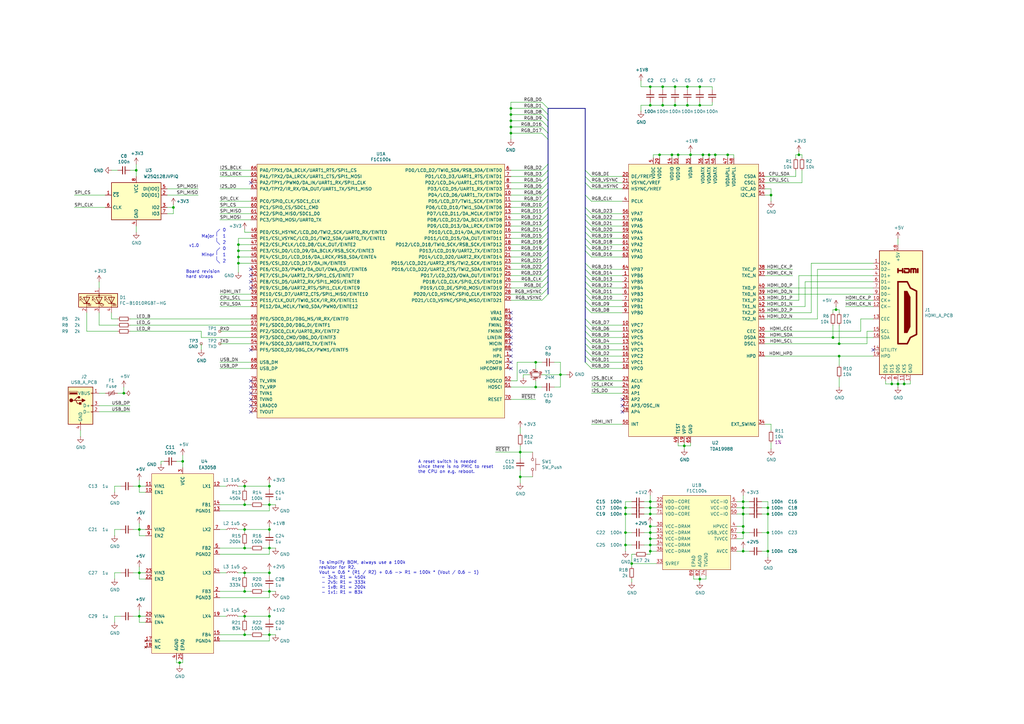
<source format=kicad_sch>
(kicad_sch (version 20250114) (generator "eeschema") (generator_version "9.0")
  (paper "A3")
  (text "0" (at 92.71 95.25 0) (effects (font (size 1.27 1.27)) (justify right bottom)))
  (text "Minor" (at 82.55 105.41 0) (effects (font (size 1.27 1.27)) (justify left bottom)))
  (text "Major" (at 82.55 97.79 0) (effects (font (size 1.27 1.27)) (justify left bottom)))
  (text "1" (at 92.71 97.79 0) (effects (font (size 1.27 1.27)) (justify right bottom)))
  (text "v1.0" (at 77.47 101.6 0) (effects (font (size 1.27 1.27)) (justify left bottom)))
  (text "To simplify BOM, always use a 100k\nresistor for R2.\nVout = 0.6 * (R1 / R2) + 0.6 -> R1 = 100k * (Vout / 0.6 - 1)\n - 3v3: R1 = 450k\n - 2v5: R1 = 333k\n - 1v8: R1 = 200k\n - 1v1: R1 = 83k" (at 130.81 243.84 0) (effects (font (size 1.27 1.27)) (justify left bottom)))
  (text "2" (at 92.71 107.95 0) (effects (font (size 1.27 1.27)) (justify right bottom)))
  (text "Board revision\nhard straps" (at 76.2 114.3 0) (effects (font (size 1.27 1.27)) (justify left bottom)))
  (text "A reset switch is needed\nsince there is no PMIC to reset\nthe CPU on e.g. reboot." (at 171.45 194.31 0) (effects (font (size 1.27 1.27)) (justify left bottom)))
  (text "0" (at 92.71 102.87 0) (effects (font (size 1.27 1.27)) (justify right bottom)))
  (text "2" (at 92.71 100.33 0) (effects (font (size 1.27 1.27)) (justify right bottom)))
  (text "1" (at 92.71 105.41 0) (effects (font (size 1.27 1.27)) (justify right bottom)))
  (junction (at 280.67 182.88))
  (junction (at 110.49 217.17))
  (junction (at 73.66 271.78))
  (junction (at 266.7 210.82))
  (junction (at 314.96 226.06))
  (junction (at 316.23 80.01))
  (junction (at 266.7 226.06))
  (junction (at 57.15 234.95))
  (junction (at 209.55 52.07))
  (junction (at 57.15 252.73))
  (junction (at 266.7 43.18))
  (junction (at 266.7 208.28))
  (junction (at 100.33 234.95))
  (junction (at 229.87 153.67))
  (junction (at 213.36 195.58))
  (junction (at 344.17 140.97))
  (junction (at 266.7 220.98))
  (junction (at 304.8 215.9))
  (junction (at 370.84 157.48))
  (junction (at 100.33 217.17))
  (junction (at 209.55 44.45))
  (junction (at 110.49 207.01))
  (junction (at 100.33 199.39))
  (junction (at 287.02 237.49))
  (junction (at 368.3 157.48))
  (junction (at 271.78 35.56))
  (junction (at 256.54 218.44))
  (junction (at 259.08 231.14))
  (junction (at 341.63 138.43))
  (junction (at 50.8 161.29))
  (junction (at 281.94 43.18))
  (junction (at 110.49 234.95))
  (junction (at 327.66 63.5))
  (junction (at 344.17 146.05))
  (junction (at 304.8 226.06))
  (junction (at 281.94 35.56))
  (junction (at 256.54 223.52))
  (junction (at 110.49 242.57))
  (junction (at 100.33 207.01))
  (junction (at 276.86 43.18))
  (junction (at 213.36 185.42))
  (junction (at 283.21 63.5))
  (junction (at 304.8 218.44))
  (junction (at 287.02 43.18))
  (junction (at 288.29 63.5))
  (junction (at 365.76 157.48))
  (junction (at 110.49 199.39))
  (junction (at 219.71 148.59))
  (junction (at 256.54 208.28))
  (junction (at 209.55 46.99))
  (junction (at 304.8 210.82))
  (junction (at 100.33 224.79))
  (junction (at 100.33 260.35))
  (junction (at 209.55 49.53))
  (junction (at 97.79 107.95))
  (junction (at 342.9 127))
  (junction (at 57.15 217.17))
  (junction (at 271.78 43.18))
  (junction (at 275.59 63.5))
  (junction (at 97.79 102.87))
  (junction (at 304.8 208.28))
  (junction (at 110.49 252.73))
  (junction (at 270.51 63.5))
  (junction (at 57.15 199.39))
  (junction (at 314.96 218.44))
  (junction (at 304.8 205.74))
  (junction (at 256.54 210.82))
  (junction (at 287.02 35.56))
  (junction (at 266.7 223.52))
  (junction (at 71.12 85.09))
  (junction (at 74.93 189.23))
  (junction (at 298.45 63.5))
  (junction (at 110.49 224.79))
  (junction (at 290.83 63.5))
  (junction (at 55.88 69.85))
  (junction (at 278.13 63.5))
  (junction (at 276.86 35.56))
  (junction (at 209.55 54.61))
  (junction (at 219.71 158.75))
  (junction (at 314.96 208.28))
  (junction (at 100.33 252.73))
  (junction (at 97.79 100.33))
  (junction (at 266.7 35.56))
  (junction (at 314.96 210.82))
  (junction (at 266.7 218.44))
  (junction (at 97.79 105.41))
  (junction (at 266.7 215.9))
  (junction (at 266.7 205.74))
  (junction (at 100.33 242.57))
  (junction (at 110.49 260.35))
  (junction (at 293.37 63.5))
  (no_connect (at 102.87 163.83))
  (no_connect (at 102.87 166.37))
  (no_connect (at 102.87 168.91))
  (no_connect (at 209.55 148.59))
  (no_connect (at 102.87 156.21))
  (no_connect (at 209.55 151.13))
  (no_connect (at 102.87 113.03))
  (no_connect (at 255.27 166.37))
  (no_connect (at 209.55 128.27))
  (no_connect (at 102.87 74.93))
  (no_connect (at 209.55 146.05))
  (no_connect (at 209.55 138.43))
  (no_connect (at 102.87 110.49))
  (no_connect (at 209.55 135.89))
  (no_connect (at 255.27 163.83))
  (no_connect (at 209.55 140.97))
  (no_connect (at 209.55 133.35))
  (no_connect (at 102.87 161.29))
  (no_connect (at 102.87 143.51))
  (no_connect (at 102.87 118.11))
  (no_connect (at 209.55 130.81))
  (no_connect (at 102.87 115.57))
  (no_connect (at 255.27 168.91))
  (no_connect (at 209.55 143.51))
  (no_connect (at 102.87 158.75))
  (no_connect (at 358.14 143.51))
  (bus_entry (at 240.03 87.63) (size 2.54 2.54))
  (bus_entry (at 240.03 110.49) (size 2.54 2.54))
  (bus_entry (at 222.25 87.63) (size 2.54 -2.54))
  (bus_entry (at 222.25 69.85) (size 2.54 -2.54))
  (bus_entry (at 240.03 130.81) (size 2.54 2.54))
  (bus_entry (at 222.25 41.91) (size 2.54 2.54))
  (bus_entry (at 240.03 74.93) (size 2.54 2.54))
  (bus_entry (at 222.25 115.57) (size 2.54 -2.54))
  (bus_entry (at 222.25 77.47) (size 2.54 -2.54))
  (bus_entry (at 240.03 80.01) (size 2.54 2.54))
  (bus_entry (at 240.03 92.71) (size 2.54 2.54))
  (bus_entry (at 240.03 90.17) (size 2.54 2.54))
  (bus_entry (at 222.25 52.07) (size 2.54 2.54))
  (bus_entry (at 240.03 97.79) (size 2.54 2.54))
  (bus_entry (at 240.03 148.59) (size 2.54 2.54))
  (bus_entry (at 240.03 123.19) (size 2.54 2.54))
  (bus_entry (at 222.25 85.09) (size 2.54 -2.54))
  (bus_entry (at 240.03 72.39) (size 2.54 2.54))
  (bus_entry (at 222.25 123.19) (size 2.54 -2.54))
  (bus_entry (at 240.03 138.43) (size 2.54 2.54))
  (bus_entry (at 222.25 74.93) (size 2.54 -2.54))
  (bus_entry (at 222.25 113.03) (size 2.54 -2.54))
  (bus_entry (at 240.03 125.73) (size 2.54 2.54))
  (bus_entry (at 240.03 113.03) (size 2.54 2.54))
  (bus_entry (at 222.25 92.71) (size 2.54 -2.54))
  (bus_entry (at 240.03 95.25) (size 2.54 2.54))
  (bus_entry (at 240.03 102.87) (size 2.54 2.54))
  (bus_entry (at 222.25 120.65) (size 2.54 -2.54))
  (bus_entry (at 240.03 118.11) (size 2.54 2.54))
  (bus_entry (at 240.03 146.05) (size 2.54 2.54))
  (bus_entry (at 222.25 44.45) (size 2.54 2.54))
  (bus_entry (at 222.25 82.55) (size 2.54 -2.54))
  (bus_entry (at 222.25 72.39) (size 2.54 -2.54))
  (bus_entry (at 222.25 80.01) (size 2.54 -2.54))
  (bus_entry (at 240.03 85.09) (size 2.54 2.54))
  (bus_entry (at 222.25 102.87) (size 2.54 -2.54))
  (bus_entry (at 240.03 69.85) (size 2.54 2.54))
  (bus_entry (at 240.03 100.33) (size 2.54 2.54))
  (bus_entry (at 240.03 133.35) (size 2.54 2.54))
  (bus_entry (at 240.03 120.65) (size 2.54 2.54))
  (bus_entry (at 222.25 46.99) (size 2.54 2.54))
  (bus_entry (at 240.03 107.95) (size 2.54 2.54))
  (bus_entry (at 222.25 49.53) (size 2.54 2.54))
  (bus_entry (at 222.25 107.95) (size 2.54 -2.54))
  (bus_entry (at 240.03 143.51) (size 2.54 2.54))
  (bus_entry (at 240.03 115.57) (size 2.54 2.54))
  (bus_entry (at 240.03 135.89) (size 2.54 2.54))
  (bus_entry (at 222.25 105.41) (size 2.54 -2.54))
  (bus_entry (at 222.25 110.49) (size 2.54 -2.54))
  (bus_entry (at 222.25 54.61) (size 2.54 2.54))
  (bus_entry (at 222.25 118.11) (size 2.54 -2.54))
  (bus_entry (at 240.03 140.97) (size 2.54 2.54))
  (bus_entry (at 222.25 100.33) (size 2.54 -2.54))
  (bus_entry (at 222.25 95.25) (size 2.54 -2.54))
  (bus_entry (at 222.25 97.79) (size 2.54 -2.54))
  (bus_entry (at 222.25 90.17) (size 2.54 -2.54))
  (bus (pts (xy 224.79 102.87) (xy 224.79 105.41)))
  (wire (pts (xy 100.33 242.57) (xy 102.87 242.57)))
  (wire (pts (xy 102.87 148.59) (xy 90.17 148.59)))
  (wire (pts (xy 326.39 72.39) (xy 326.39 69.85)))
  (wire (pts (xy 73.66 271.78) (xy 73.66 273.05)))
  (wire (pts (xy 281.94 43.18) (xy 287.02 43.18)))
  (wire (pts (xy 219.71 151.13) (xy 219.71 148.59)))
  (wire (pts (xy 255.27 82.55) (xy 242.57 82.55)))
  (wire (pts (xy 213.36 195.58) (xy 213.36 198.12)))
  (bus (pts (xy 240.03 120.65) (xy 240.03 123.19)))
  (wire (pts (xy 71.12 85.09) (xy 71.12 83.82)))
  (wire (pts (xy 43.18 85.09) (xy 30.48 85.09)))
  (bus (pts (xy 240.03 133.35) (xy 240.03 135.89)))
  (wire (pts (xy 283.21 62.23) (xy 283.21 63.5)))
  (wire (pts (xy 266.7 41.91) (xy 266.7 43.18)))
  (wire (pts (xy 344.17 140.97) (xy 344.17 133.35)))
  (bus (pts (xy 240.03 97.79) (xy 240.03 100.33)))
  (wire (pts (xy 281.94 41.91) (xy 281.94 43.18)))
  (wire (pts (xy 332.74 128.27) (xy 332.74 107.95)))
  (wire (pts (xy 287.02 237.49) (xy 289.56 237.49)))
  (wire (pts (xy 100.33 217.17) (xy 100.33 218.44)))
  (wire (pts (xy 209.55 46.99) (xy 209.55 49.53)))
  (wire (pts (xy 53.34 130.81) (xy 102.87 130.81)))
  (wire (pts (xy 264.16 218.44) (xy 266.7 218.44)))
  (bus (pts (xy 224.79 44.45) (xy 240.03 44.45)))
  (wire (pts (xy 45.72 128.27) (xy 45.72 130.81)))
  (wire (pts (xy 53.34 133.35) (xy 102.87 133.35)))
  (wire (pts (xy 209.55 46.99) (xy 222.25 46.99)))
  (wire (pts (xy 110.49 260.35) (xy 107.95 260.35)))
  (bus (pts (xy 224.79 115.57) (xy 224.79 118.11)))
  (bus (pts (xy 240.03 146.05) (xy 240.03 148.59)))
  (wire (pts (xy 314.96 205.74) (xy 314.96 208.28)))
  (wire (pts (xy 266.7 203.2) (xy 266.7 205.74)))
  (wire (pts (xy 68.58 77.47) (xy 81.28 77.47)))
  (wire (pts (xy 288.29 63.5) (xy 288.29 64.77)))
  (wire (pts (xy 302.26 208.28) (xy 304.8 208.28)))
  (wire (pts (xy 57.15 201.93) (xy 59.69 201.93)))
  (wire (pts (xy 97.79 217.17) (xy 100.33 217.17)))
  (wire (pts (xy 373.38 157.48) (xy 373.38 156.21)))
  (bus (pts (xy 224.79 44.45) (xy 224.79 46.99)))
  (wire (pts (xy 209.55 163.83) (xy 219.71 163.83)))
  (wire (pts (xy 312.42 208.28) (xy 314.96 208.28)))
  (wire (pts (xy 314.96 218.44) (xy 312.42 218.44)))
  (wire (pts (xy 82.55 140.97) (xy 82.55 143.51)))
  (wire (pts (xy 316.23 173.99) (xy 316.23 176.53)))
  (wire (pts (xy 259.08 227.33) (xy 260.35 227.33)))
  (bus (pts (xy 224.79 107.95) (xy 224.79 110.49)))
  (wire (pts (xy 209.55 52.07) (xy 222.25 52.07)))
  (wire (pts (xy 283.21 64.77) (xy 283.21 63.5)))
  (wire (pts (xy 35.56 135.89) (xy 48.26 135.89)))
  (bus (pts (xy 224.79 52.07) (xy 224.79 54.61)))
  (wire (pts (xy 276.86 41.91) (xy 276.86 43.18)))
  (wire (pts (xy 276.86 43.18) (xy 281.94 43.18)))
  (wire (pts (xy 358.14 123.19) (xy 346.71 123.19)))
  (wire (pts (xy 209.55 85.09) (xy 222.25 85.09)))
  (wire (pts (xy 90.17 209.55) (xy 110.49 209.55)))
  (wire (pts (xy 110.49 205.74) (xy 110.49 207.01)))
  (wire (pts (xy 342.9 127) (xy 344.17 127)))
  (wire (pts (xy 110.49 207.01) (xy 107.95 207.01)))
  (wire (pts (xy 110.49 234.95) (xy 110.49 236.22)))
  (wire (pts (xy 304.8 220.98) (xy 302.26 220.98)))
  (wire (pts (xy 313.69 125.73) (xy 330.2 125.73)))
  (wire (pts (xy 255.27 118.11) (xy 242.57 118.11)))
  (wire (pts (xy 102.87 125.73) (xy 90.17 125.73)))
  (wire (pts (xy 110.49 245.11) (xy 110.49 242.57)))
  (wire (pts (xy 255.27 77.47) (xy 242.57 77.47)))
  (wire (pts (xy 313.69 74.93) (xy 328.93 74.93)))
  (wire (pts (xy 209.55 97.79) (xy 222.25 97.79)))
  (wire (pts (xy 102.87 120.65) (xy 90.17 120.65)))
  (wire (pts (xy 330.2 115.57) (xy 358.14 115.57)))
  (wire (pts (xy 66.04 189.23) (xy 66.04 190.5)))
  (wire (pts (xy 49.53 199.39) (xy 46.99 199.39)))
  (wire (pts (xy 255.27 161.29) (xy 242.57 161.29)))
  (wire (pts (xy 304.8 218.44) (xy 307.34 218.44)))
  (bus (pts (xy 224.79 95.25) (xy 224.79 97.79)))
  (wire (pts (xy 365.76 156.21) (xy 365.76 157.48)))
  (wire (pts (xy 281.94 36.83) (xy 281.94 35.56)))
  (wire (pts (xy 45.72 69.85) (xy 48.26 69.85)))
  (wire (pts (xy 110.49 262.89) (xy 110.49 260.35)))
  (bus (pts (xy 240.03 44.45) (xy 240.03 69.85)))
  (wire (pts (xy 73.66 271.78) (xy 74.93 271.78)))
  (wire (pts (xy 280.67 182.88) (xy 283.21 182.88)))
  (wire (pts (xy 219.71 158.75) (xy 222.25 158.75)))
  (wire (pts (xy 57.15 196.85) (xy 57.15 199.39)))
  (wire (pts (xy 209.55 52.07) (xy 209.55 54.61)))
  (bus (pts (xy 224.79 113.03) (xy 224.79 115.57)))
  (wire (pts (xy 100.33 205.74) (xy 100.33 207.01)))
  (wire (pts (xy 304.8 203.2) (xy 304.8 205.74)))
  (bus (pts (xy 224.79 72.39) (xy 224.79 74.93)))
  (wire (pts (xy 287.02 237.49) (xy 287.02 238.76)))
  (wire (pts (xy 256.54 205.74) (xy 256.54 208.28)))
  (wire (pts (xy 292.1 43.18) (xy 292.1 41.91)))
  (wire (pts (xy 90.17 199.39) (xy 92.71 199.39)))
  (wire (pts (xy 35.56 128.27) (xy 35.56 135.89)))
  (polyline (pts (xy 88.9 102.87) (xy 88.9 106.68)) (stroke (width 0) (type dash)))
  (bus (pts (xy 224.79 85.09) (xy 224.79 87.63)))
  (wire (pts (xy 284.48 236.22) (xy 284.48 237.49)))
  (wire (pts (xy 102.87 90.17) (xy 90.17 90.17)))
  (wire (pts (xy 266.7 208.28) (xy 269.24 208.28)))
  (wire (pts (xy 209.55 92.71) (xy 222.25 92.71)))
  (wire (pts (xy 266.7 210.82) (xy 269.24 210.82)))
  (wire (pts (xy 90.17 234.95) (xy 92.71 234.95)))
  (bus (pts (xy 224.79 49.53) (xy 224.79 52.07)))
  (wire (pts (xy 327.66 113.03) (xy 358.14 113.03)))
  (wire (pts (xy 209.55 123.19) (xy 222.25 123.19)))
  (wire (pts (xy 304.8 208.28) (xy 307.34 208.28)))
  (bus (pts (xy 224.79 54.61) (xy 224.79 57.15)))
  (wire (pts (xy 102.87 77.47) (xy 90.17 77.47)))
  (wire (pts (xy 288.29 63.5) (xy 290.83 63.5)))
  (wire (pts (xy 293.37 63.5) (xy 298.45 63.5)))
  (wire (pts (xy 209.55 77.47) (xy 222.25 77.47)))
  (wire (pts (xy 342.9 127) (xy 342.9 125.73)))
  (wire (pts (xy 316.23 80.01) (xy 316.23 82.55)))
  (wire (pts (xy 33.02 179.07) (xy 33.02 176.53)))
  (wire (pts (xy 355.6 140.97) (xy 355.6 135.89)))
  (wire (pts (xy 209.55 87.63) (xy 222.25 87.63)))
  (wire (pts (xy 212.09 156.21) (xy 212.09 148.59)))
  (wire (pts (xy 325.12 113.03) (xy 313.69 113.03)))
  (wire (pts (xy 255.27 133.35) (xy 242.57 133.35)))
  (wire (pts (xy 53.34 166.37) (xy 40.64 166.37)))
  (bus (pts (xy 240.03 138.43) (xy 240.03 140.97)))
  (bus (pts (xy 240.03 85.09) (xy 240.03 87.63)))
  (bus (pts (xy 224.79 46.99) (xy 224.79 49.53)))
  (wire (pts (xy 259.08 231.14) (xy 259.08 227.33)))
  (wire (pts (xy 255.27 140.97) (xy 242.57 140.97)))
  (wire (pts (xy 97.79 105.41) (xy 97.79 102.87)))
  (wire (pts (xy 90.17 262.89) (xy 110.49 262.89)))
  (wire (pts (xy 271.78 41.91) (xy 271.78 43.18)))
  (wire (pts (xy 363.22 156.21) (xy 363.22 157.48)))
  (wire (pts (xy 370.84 156.21) (xy 370.84 157.48)))
  (wire (pts (xy 110.49 242.57) (xy 113.03 242.57)))
  (wire (pts (xy 68.58 87.63) (xy 71.12 87.63)))
  (wire (pts (xy 110.49 259.08) (xy 110.49 260.35)))
  (wire (pts (xy 209.55 102.87) (xy 222.25 102.87)))
  (wire (pts (xy 255.27 128.27) (xy 242.57 128.27)))
  (wire (pts (xy 57.15 237.49) (xy 59.69 237.49)))
  (polyline (pts (xy 90.17 93.98) (xy 88.9 95.25)) (stroke (width 0) (type dash)))
  (wire (pts (xy 326.39 63.5) (xy 327.66 63.5)))
  (wire (pts (xy 304.8 208.28) (xy 304.8 210.82)))
  (wire (pts (xy 209.55 158.75) (xy 219.71 158.75)))
  (wire (pts (xy 255.27 113.03) (xy 242.57 113.03)))
  (wire (pts (xy 344.17 158.75) (xy 344.17 154.94)))
  (wire (pts (xy 100.33 252.73) (xy 110.49 252.73)))
  (wire (pts (xy 72.39 189.23) (xy 74.93 189.23)))
  (wire (pts (xy 209.55 72.39) (xy 222.25 72.39)))
  (wire (pts (xy 313.69 118.11) (xy 358.14 118.11)))
  (wire (pts (xy 214.63 153.67) (xy 214.63 154.94)))
  (wire (pts (xy 276.86 36.83) (xy 276.86 35.56)))
  (wire (pts (xy 278.13 64.77) (xy 278.13 63.5)))
  (wire (pts (xy 266.7 36.83) (xy 266.7 35.56)))
  (wire (pts (xy 302.26 215.9) (xy 304.8 215.9)))
  (bus (pts (xy 224.79 105.41) (xy 224.79 107.95)))
  (wire (pts (xy 292.1 35.56) (xy 292.1 36.83)))
  (wire (pts (xy 110.49 199.39) (xy 110.49 200.66)))
  (wire (pts (xy 304.8 205.74) (xy 304.8 208.28)))
  (wire (pts (xy 341.63 138.43) (xy 358.14 138.43)))
  (wire (pts (xy 300.99 63.5) (xy 300.99 64.77)))
  (wire (pts (xy 222.25 153.67) (xy 229.87 153.67)))
  (bus (pts (xy 224.79 69.85) (xy 224.79 72.39)))
  (wire (pts (xy 335.28 130.81) (xy 335.28 110.49)))
  (wire (pts (xy 110.49 217.17) (xy 110.49 215.9)))
  (wire (pts (xy 316.23 181.61) (xy 316.23 184.15)))
  (wire (pts (xy 256.54 218.44) (xy 256.54 223.52)))
  (wire (pts (xy 110.49 234.95) (xy 110.49 233.68)))
  (wire (pts (xy 57.15 234.95) (xy 54.61 234.95)))
  (wire (pts (xy 90.17 224.79) (xy 100.33 224.79)))
  (wire (pts (xy 290.83 64.77) (xy 290.83 63.5)))
  (wire (pts (xy 97.79 107.95) (xy 97.79 105.41)))
  (wire (pts (xy 57.15 252.73) (xy 59.69 252.73)))
  (wire (pts (xy 209.55 115.57) (xy 222.25 115.57)))
  (wire (pts (xy 255.27 105.41) (xy 242.57 105.41)))
  (wire (pts (xy 255.27 146.05) (xy 242.57 146.05)))
  (bus (pts (xy 224.79 82.55) (xy 224.79 85.09)))
  (wire (pts (xy 90.17 227.33) (xy 110.49 227.33)))
  (wire (pts (xy 281.94 35.56) (xy 287.02 35.56)))
  (wire (pts (xy 256.54 208.28) (xy 259.08 208.28)))
  (wire (pts (xy 269.24 218.44) (xy 266.7 218.44)))
  (bus (pts (xy 240.03 118.11) (xy 240.03 120.65)))
  (wire (pts (xy 284.48 237.49) (xy 287.02 237.49)))
  (bus (pts (xy 240.03 123.19) (xy 240.03 125.73)))
  (wire (pts (xy 46.99 252.73) (xy 46.99 255.27)))
  (wire (pts (xy 255.27 90.17) (xy 242.57 90.17)))
  (polyline (pts (xy 88.9 95.25) (xy 88.9 99.06)) (stroke (width 0) (type dash)))
  (wire (pts (xy 313.69 110.49) (xy 325.12 110.49)))
  (wire (pts (xy 255.27 87.63) (xy 242.57 87.63)))
  (wire (pts (xy 110.49 224.79) (xy 113.03 224.79)))
  (wire (pts (xy 256.54 223.52) (xy 259.08 223.52)))
  (wire (pts (xy 313.69 146.05) (xy 344.17 146.05)))
  (bus (pts (xy 240.03 143.51) (xy 240.03 146.05)))
  (wire (pts (xy 97.79 111.76) (xy 97.79 107.95)))
  (bus (pts (xy 224.79 87.63) (xy 224.79 90.17)))
  (wire (pts (xy 313.69 128.27) (xy 332.74 128.27)))
  (wire (pts (xy 110.49 199.39) (xy 110.49 198.12)))
  (wire (pts (xy 255.27 95.25) (xy 242.57 95.25)))
  (wire (pts (xy 353.06 130.81) (xy 358.14 130.81)))
  (wire (pts (xy 209.55 107.95) (xy 222.25 107.95)))
  (bus (pts (xy 240.03 74.93) (xy 240.03 80.01)))
  (wire (pts (xy 55.88 67.31) (xy 55.88 69.85)))
  (wire (pts (xy 46.99 217.17) (xy 46.99 219.71)))
  (wire (pts (xy 57.15 199.39) (xy 57.15 201.93)))
  (wire (pts (xy 368.3 156.21) (xy 368.3 157.48)))
  (bus (pts (xy 240.03 115.57) (xy 240.03 118.11)))
  (wire (pts (xy 40.64 133.35) (xy 48.26 133.35)))
  (wire (pts (xy 266.7 35.56) (xy 271.78 35.56)))
  (wire (pts (xy 209.55 54.61) (xy 222.25 54.61)))
  (wire (pts (xy 100.33 199.39) (xy 110.49 199.39)))
  (wire (pts (xy 229.87 153.67) (xy 232.41 153.67)))
  (wire (pts (xy 368.3 97.79) (xy 368.3 100.33)))
  (wire (pts (xy 213.36 193.04) (xy 213.36 195.58)))
  (wire (pts (xy 313.69 138.43) (xy 341.63 138.43)))
  (wire (pts (xy 255.27 135.89) (xy 242.57 135.89)))
  (wire (pts (xy 218.44 195.58) (xy 213.36 195.58)))
  (wire (pts (xy 100.33 234.95) (xy 100.33 236.22)))
  (wire (pts (xy 97.79 97.79) (xy 102.87 97.79)))
  (wire (pts (xy 57.15 199.39) (xy 59.69 199.39)))
  (wire (pts (xy 90.17 245.11) (xy 110.49 245.11)))
  (bus (pts (xy 224.79 67.31) (xy 224.79 69.85)))
  (wire (pts (xy 304.8 218.44) (xy 304.8 220.98)))
  (wire (pts (xy 287.02 41.91) (xy 287.02 43.18)))
  (wire (pts (xy 332.74 107.95) (xy 358.14 107.95)))
  (wire (pts (xy 102.87 85.09) (xy 90.17 85.09)))
  (wire (pts (xy 229.87 158.75) (xy 227.33 158.75)))
  (wire (pts (xy 304.8 210.82) (xy 304.8 215.9)))
  (wire (pts (xy 266.7 227.33) (xy 266.7 226.06)))
  (wire (pts (xy 287.02 43.18) (xy 292.1 43.18)))
  (wire (pts (xy 264.16 223.52) (xy 266.7 223.52)))
  (wire (pts (xy 110.49 242.57) (xy 107.95 242.57)))
  (wire (pts (xy 280.67 181.61) (xy 280.67 182.88)))
  (wire (pts (xy 100.33 199.39) (xy 100.33 200.66)))
  (wire (pts (xy 97.79 102.87) (xy 97.79 100.33)))
  (bus (pts (xy 224.79 80.01) (xy 224.79 82.55)))
  (wire (pts (xy 100.33 259.08) (xy 100.33 260.35)))
  (wire (pts (xy 302.26 218.44) (xy 304.8 218.44)))
  (wire (pts (xy 255.27 123.19) (xy 242.57 123.19)))
  (bus (pts (xy 240.03 92.71) (xy 240.03 95.25)))
  (wire (pts (xy 287.02 236.22) (xy 287.02 237.49)))
  (polyline (pts (xy 90.17 107.95) (xy 88.9 106.68)) (stroke (width 0) (type dash)))
  (wire (pts (xy 255.27 120.65) (xy 242.57 120.65)))
  (wire (pts (xy 90.17 260.35) (xy 100.33 260.35)))
  (wire (pts (xy 370.84 157.48) (xy 373.38 157.48)))
  (wire (pts (xy 82.55 138.43) (xy 102.87 138.43)))
  (wire (pts (xy 341.63 138.43) (xy 341.63 133.35)))
  (wire (pts (xy 313.69 72.39) (xy 326.39 72.39)))
  (wire (pts (xy 368.3 157.48) (xy 368.3 158.75)))
  (wire (pts (xy 110.49 260.35) (xy 113.03 260.35)))
  (wire (pts (xy 100.33 95.25) (xy 102.87 95.25)))
  (bus (pts (xy 240.03 140.97) (xy 240.03 143.51)))
  (wire (pts (xy 344.17 149.86) (xy 344.17 146.05)))
  (wire (pts (xy 209.55 82.55) (xy 222.25 82.55)))
  (wire (pts (xy 259.08 218.44) (xy 256.54 218.44)))
  (wire (pts (xy 213.36 185.42) (xy 213.36 187.96)))
  (wire (pts (xy 48.26 161.29) (xy 50.8 161.29)))
  (wire (pts (xy 255.27 74.93) (xy 242.57 74.93)))
  (wire (pts (xy 102.87 72.39) (xy 90.17 72.39)))
  (wire (pts (xy 57.15 217.17) (xy 59.69 217.17)))
  (wire (pts (xy 97.79 252.73) (xy 100.33 252.73)))
  (wire (pts (xy 50.8 161.29) (xy 50.8 158.75)))
  (bus (pts (xy 224.79 90.17) (xy 224.79 92.71)))
  (wire (pts (xy 313.69 135.89) (xy 353.06 135.89)))
  (wire (pts (xy 266.7 215.9) (xy 269.24 215.9)))
  (wire (pts (xy 255.27 156.21) (xy 242.57 156.21)))
  (wire (pts (xy 57.15 217.17) (xy 54.61 217.17)))
  (wire (pts (xy 266.7 218.44) (xy 266.7 220.98)))
  (wire (pts (xy 219.71 156.21) (xy 219.71 158.75)))
  (wire (pts (xy 209.55 118.11) (xy 222.25 118.11)))
  (bus (pts (xy 240.03 110.49) (xy 240.03 113.03)))
  (wire (pts (xy 313.69 77.47) (xy 316.23 77.47)))
  (wire (pts (xy 57.15 250.19) (xy 57.15 252.73)))
  (wire (pts (xy 355.6 135.89) (xy 358.14 135.89)))
  (wire (pts (xy 287.02 35.56) (xy 292.1 35.56)))
  (wire (pts (xy 100.33 207.01) (xy 102.87 207.01)))
  (bus (pts (xy 240.03 125.73) (xy 240.03 130.81)))
  (wire (pts (xy 265.43 227.33) (xy 266.7 227.33)))
  (wire (pts (xy 213.36 185.42) (xy 213.36 182.88)))
  (wire (pts (xy 267.97 64.77) (xy 267.97 63.5)))
  (wire (pts (xy 209.55 80.01) (xy 222.25 80.01)))
  (wire (pts (xy 209.55 90.17) (xy 222.25 90.17)))
  (wire (pts (xy 209.55 54.61) (xy 209.55 57.15)))
  (wire (pts (xy 100.33 252.73) (xy 100.33 254)))
  (bus (pts (xy 224.79 100.33) (xy 224.79 102.87)))
  (wire (pts (xy 219.71 148.59) (xy 222.25 148.59)))
  (wire (pts (xy 46.99 199.39) (xy 46.99 201.93)))
  (wire (pts (xy 328.93 63.5) (xy 328.93 64.77)))
  (wire (pts (xy 304.8 205.74) (xy 307.34 205.74)))
  (wire (pts (xy 209.55 120.65) (xy 222.25 120.65)))
  (wire (pts (xy 365.76 157.48) (xy 368.3 157.48)))
  (wire (pts (xy 255.27 100.33) (xy 242.57 100.33)))
  (wire (pts (xy 255.27 72.39) (xy 242.57 72.39)))
  (wire (pts (xy 289.56 237.49) (xy 289.56 236.22)))
  (wire (pts (xy 313.69 140.97) (xy 344.17 140.97)))
  (wire (pts (xy 327.66 63.5) (xy 327.66 62.23)))
  (wire (pts (xy 71.12 87.63) (xy 71.12 85.09)))
  (wire (pts (xy 100.33 224.79) (xy 102.87 224.79)))
  (wire (pts (xy 57.15 232.41) (xy 57.15 234.95)))
  (wire (pts (xy 314.96 218.44) (xy 314.96 226.06)))
  (wire (pts (xy 341.63 127) (xy 342.9 127)))
  (wire (pts (xy 287.02 36.83) (xy 287.02 35.56)))
  (wire (pts (xy 74.93 271.78) (xy 74.93 270.51)))
  (wire (pts (xy 316.23 77.47) (xy 316.23 80.01)))
  (wire (pts (xy 266.7 220.98) (xy 269.24 220.98)))
  (wire (pts (xy 314.96 208.28) (xy 314.96 210.82)))
  (bus (pts (xy 240.03 113.03) (xy 240.03 115.57)))
  (wire (pts (xy 255.27 102.87) (xy 242.57 102.87)))
  (wire (pts (xy 40.64 128.27) (xy 40.64 133.35)))
  (wire (pts (xy 304.8 226.06) (xy 307.34 226.06)))
  (wire (pts (xy 283.21 63.5) (xy 288.29 63.5)))
  (wire (pts (xy 353.06 135.89) (xy 353.06 130.81)))
  (wire (pts (xy 67.31 189.23) (xy 66.04 189.23)))
  (wire (pts (xy 72.39 271.78) (xy 73.66 271.78)))
  (wire (pts (xy 97.79 234.95) (xy 100.33 234.95)))
  (wire (pts (xy 278.13 182.88) (xy 280.67 182.88)))
  (wire (pts (xy 328.93 74.93) (xy 328.93 69.85)))
  (wire (pts (xy 255.27 97.79) (xy 242.57 97.79)))
  (wire (pts (xy 259.08 231.14) (xy 269.24 231.14)))
  (wire (pts (xy 72.39 270.51) (xy 72.39 271.78)))
  (bus (pts (xy 240.03 69.85) (xy 240.03 72.39)))
  (wire (pts (xy 266.7 205.74) (xy 269.24 205.74)))
  (wire (pts (xy 298.45 64.77) (xy 298.45 63.5)))
  (wire (pts (xy 227.33 148.59) (xy 229.87 148.59)))
  (wire (pts (xy 49.53 234.95) (xy 46.99 234.95)))
  (wire (pts (xy 344.17 140.97) (xy 355.6 140.97)))
  (wire (pts (xy 255.27 143.51) (xy 242.57 143.51)))
  (bus (pts (xy 240.03 90.17) (xy 240.03 92.71)))
  (wire (pts (xy 209.55 49.53) (xy 222.25 49.53)))
  (wire (pts (xy 74.93 189.23) (xy 74.93 186.69)))
  (wire (pts (xy 110.49 227.33) (xy 110.49 224.79)))
  (wire (pts (xy 363.22 157.48) (xy 365.76 157.48)))
  (wire (pts (xy 57.15 234.95) (xy 59.69 234.95)))
  (wire (pts (xy 304.8 205.74) (xy 302.26 205.74)))
  (wire (pts (xy 40.64 115.57) (xy 40.64 118.11)))
  (wire (pts (xy 209.55 100.33) (xy 222.25 100.33)))
  (wire (pts (xy 68.58 85.09) (xy 71.12 85.09)))
  (wire (pts (xy 267.97 63.5) (xy 270.51 63.5)))
  (wire (pts (xy 55.88 69.85) (xy 55.88 72.39)))
  (polyline (pts (xy 90.17 101.6) (xy 88.9 102.87)) (stroke (width 0) (type dash)))
  (wire (pts (xy 271.78 43.18) (xy 276.86 43.18)))
  (wire (pts (xy 209.55 69.85) (xy 222.25 69.85)))
  (wire (pts (xy 74.93 189.23) (xy 74.93 191.77)))
  (wire (pts (xy 209.55 49.53) (xy 209.55 52.07)))
  (wire (pts (xy 255.27 158.75) (xy 242.57 158.75)))
  (wire (pts (xy 102.87 140.97) (xy 90.17 140.97)))
  (wire (pts (xy 335.28 110.49) (xy 358.14 110.49)))
  (wire (pts (xy 255.27 138.43) (xy 242.57 138.43)))
  (wire (pts (xy 100.33 93.98) (xy 100.33 95.25)))
  (bus (pts (xy 240.03 72.39) (xy 240.03 74.93)))
  (wire (pts (xy 102.87 135.89) (xy 90.17 135.89)))
  (wire (pts (xy 102.87 82.55) (xy 90.17 82.55)))
  (wire (pts (xy 255.27 115.57) (xy 242.57 115.57)))
  (wire (pts (xy 327.66 63.5) (xy 328.93 63.5)))
  (wire (pts (xy 344.17 127) (xy 344.17 128.27)))
  (bus (pts (xy 224.79 110.49) (xy 224.79 113.03)))
  (wire (pts (xy 229.87 153.67) (xy 229.87 158.75)))
  (wire (pts (xy 314.96 226.06) (xy 314.96 228.6)))
  (wire (pts (xy 209.55 74.93) (xy 222.25 74.93)))
  (wire (pts (xy 57.15 214.63) (xy 57.15 217.17)))
  (wire (pts (xy 40.64 161.29) (xy 43.18 161.29)))
  (wire (pts (xy 266.7 205.74) (xy 266.7 208.28)))
  (wire (pts (xy 283.21 182.88) (xy 283.21 181.61)))
  (wire (pts (xy 213.36 185.42) (xy 218.44 185.42)))
  (wire (pts (xy 266.7 208.28) (xy 266.7 210.82)))
  (wire (pts (xy 110.49 217.17) (xy 110.49 218.44)))
  (wire (pts (xy 40.64 168.91) (xy 53.34 168.91)))
  (wire (pts (xy 266.7 223.52) (xy 266.7 226.06)))
  (wire (pts (xy 312.42 210.82) (xy 314.96 210.82)))
  (wire (pts (xy 102.87 102.87) (xy 97.79 102.87)))
  (wire (pts (xy 102.87 123.19) (xy 90.17 123.19)))
  (wire (pts (xy 270.51 63.5) (xy 275.59 63.5)))
  (bus (pts (xy 240.03 100.33) (xy 240.03 102.87)))
  (wire (pts (xy 255.27 151.13) (xy 242.57 151.13)))
  (wire (pts (xy 209.55 105.41) (xy 222.25 105.41)))
  (bus (pts (xy 224.79 118.11) (xy 224.79 120.65)))
  (wire (pts (xy 209.55 44.45) (xy 209.55 46.99)))
  (wire (pts (xy 49.53 252.73) (xy 46.99 252.73)))
  (wire (pts (xy 100.33 241.3) (xy 100.33 242.57)))
  (wire (pts (xy 110.49 224.79) (xy 107.95 224.79)))
  (wire (pts (xy 213.36 185.42) (xy 203.2 185.42)))
  (wire (pts (xy 256.54 210.82) (xy 259.08 210.82)))
  (bus (pts (xy 240.03 102.87) (xy 240.03 107.95)))
  (wire (pts (xy 102.87 87.63) (xy 90.17 87.63)))
  (wire (pts (xy 82.55 135.89) (xy 82.55 138.43)))
  (wire (pts (xy 259.08 232.41) (xy 259.08 231.14)))
  (wire (pts (xy 229.87 148.59) (xy 229.87 153.67)))
  (bus (pts (xy 224.79 57.15) (xy 224.79 67.31)))
  (wire (pts (xy 209.55 41.91) (xy 209.55 44.45)))
  (wire (pts (xy 313.69 120.65) (xy 358.14 120.65)))
  (wire (pts (xy 302.26 210.82) (xy 304.8 210.82)))
  (wire (pts (xy 57.15 217.17) (xy 57.15 219.71)))
  (wire (pts (xy 110.49 241.3) (xy 110.49 242.57)))
  (wire (pts (xy 271.78 36.83) (xy 271.78 35.56)))
  (wire (pts (xy 43.18 80.01) (xy 30.48 80.01)))
  (wire (pts (xy 90.17 252.73) (xy 92.71 252.73)))
  (wire (pts (xy 57.15 252.73) (xy 57.15 255.27)))
  (bus (pts (xy 224.79 92.71) (xy 224.79 95.25)))
  (wire (pts (xy 276.86 35.56) (xy 281.94 35.56)))
  (wire (pts (xy 97.79 105.41) (xy 102.87 105.41)))
  (wire (pts (xy 102.87 107.95) (xy 97.79 107.95)))
  (bus (pts (xy 240.03 130.81) (xy 240.03 133.35)))
  (wire (pts (xy 100.33 223.52) (xy 100.33 224.79)))
  (wire (pts (xy 280.67 182.88) (xy 280.67 184.15)))
  (wire (pts (xy 368.3 157.48) (xy 370.84 157.48)))
  (wire (pts (xy 256.54 208.28) (xy 256.54 210.82)))
  (wire (pts (xy 259.08 237.49) (xy 259.08 238.76)))
  (wire (pts (xy 57.15 234.95) (xy 57.15 237.49)))
  (wire (pts (xy 262.89 43.18) (xy 262.89 45.72)))
  (wire (pts (xy 314.96 226.06) (xy 312.42 226.06)))
  (wire (pts (xy 269.24 223.52) (xy 266.7 223.52)))
  (wire (pts (xy 327.66 123.19) (xy 327.66 113.03)))
  (wire (pts (xy 57.15 199.39) (xy 54.61 199.39)))
  (wire (pts (xy 217.17 153.67) (xy 214.63 153.67)))
  (bus (pts (xy 240.03 135.89) (xy 240.03 138.43)))
  (bus (pts (xy 224.79 97.79) (xy 224.79 100.33)))
  (wire (pts (xy 110.49 207.01) (xy 113.03 207.01)))
  (wire (pts (xy 45.72 130.81) (xy 48.26 130.81)))
  (wire (pts (xy 266.7 43.18) (xy 271.78 43.18)))
  (wire (pts (xy 256.54 226.06) (xy 256.54 223.52)))
  (wire (pts (xy 304.8 210.82) (xy 307.34 210.82)))
  (wire (pts (xy 313.69 173.99) (xy 316.23 173.99)))
  (wire (pts (xy 213.36 177.8) (xy 213.36 175.26)))
  (wire (pts (xy 304.8 226.06) (xy 304.8 224.79)))
  (wire (pts (xy 97.79 100.33) (xy 97.79 97.79)))
  (wire (pts (xy 346.71 125.73) (xy 358.14 125.73)))
  (bus (pts (xy 240.03 87.63) (xy 240.03 90.17)))
  (wire (pts (xy 255.27 110.49) (xy 242.57 110.49)))
  (wire (pts (xy 264.16 210.82) (xy 266.7 210.82)))
  (wire (pts (xy 293.37 64.77) (xy 293.37 63.5)))
  (wire (pts (xy 304.8 215.9) (xy 304.8 218.44)))
  (wire (pts (xy 100.33 217.17) (xy 110.49 217.17)))
  (wire (pts (xy 57.15 252.73) (xy 54.61 252.73)))
  (wire (pts (xy 266.7 220.98) (xy 266.7 223.52)))
  (wire (pts (xy 209.55 95.25) (xy 222.25 95.25)))
  (wire (pts (xy 110.49 252.73) (xy 110.49 251.46)))
  (wire (pts (xy 68.58 80.01) (xy 81.28 80.01)))
  (wire (pts (xy 330.2 125.73) (xy 330.2 115.57)))
  (wire (pts (xy 266.7 226.06) (xy 269.24 226.06)))
  (bus (pts (xy 224.79 77.47) (xy 224.79 80.01)))
  (wire (pts (xy 57.15 255.27) (xy 59.69 255.27)))
  (wire (pts (xy 313.69 130.81) (xy 335.28 130.81)))
  (wire (pts (xy 264.16 208.28) (xy 266.7 208.28)))
  (wire (pts (xy 53.34 69.85) (xy 55.88 69.85)))
  (wire (pts (xy 55.88 95.25) (xy 55.88 92.71)))
  (wire (pts (xy 290.83 63.5) (xy 293.37 63.5)))
  (polyline (pts (xy 90.17 100.33) (xy 88.9 99.06)) (stroke (width 0) (type dash)))
  (wire (pts (xy 256.54 210.82) (xy 256.54 218.44)))
  (wire (pts (xy 53.34 135.89) (xy 82.55 135.89)))
  (wire (pts (xy 270.51 64.77) (xy 270.51 63.5)))
  (wire (pts (xy 262.89 35.56) (xy 266.7 35.56)))
  (wire (pts (xy 46.99 234.95) (xy 46.99 237.49)))
  (wire (pts (xy 266.7 43.18) (xy 262.89 43.18)))
  (wire (pts (xy 278.13 181.61) (xy 278.13 182.88)))
  (wire (pts (xy 110.49 252.73) (xy 110.49 254)))
  (wire (pts (xy 341.63 128.27) (xy 341.63 127)))
  (bus (pts (xy 224.79 74.93) (xy 224.79 77.47)))
  (wire (pts (xy 275.59 64.77) (xy 275.59 63.5)))
  (bus (pts (xy 240.03 107.95) (xy 240.03 110.49)))
  (wire (pts (xy 266.7 214.63) (xy 266.7 215.9)))
  (bus (pts (xy 240.03 95.25) (xy 240.03 97.79)))
  (wire (pts (xy 314.96 210.82) (xy 314.96 218.44)))
  (wire (pts (xy 90.17 151.13) (xy 102.87 151.13)))
  (wire (pts (xy 264.16 205.74) (xy 266.7 205.74)))
  (wire (pts (xy 49.53 217.17) (xy 46.99 217.17)))
  (wire (pts (xy 97.79 199.39) (xy 100.33 199.39)))
  (wire (pts (xy 100.33 260.35) (xy 102.87 260.35)))
  (wire (pts (xy 102.87 100.33) (xy 97.79 100.33)))
  (wire (pts (xy 212.09 148.59) (xy 219.71 148.59)))
  (wire (pts (xy 90.17 207.01) (xy 100.33 207.01)))
  (wire (pts (xy 209.55 44.45) (xy 222.25 44.45)))
  (wire (pts (xy 100.33 234.95) (xy 110.49 234.95)))
  (wire (pts (xy 313.69 123.19) (xy 327.66 123.19)))
  (wire (pts (xy 271.78 35.56) (xy 276.86 35.56)))
  (wire (pts (xy 344.17 146.05) (xy 358.14 146.05)))
  (wire (pts (xy 90.17 217.17) (xy 92.71 217.17)))
  (wire (pts (xy 102.87 69.85) (xy 90.17 69.85)))
  (wire (pts (xy 209.55 110.49) (xy 222.25 110.49)))
  (wire (pts (xy 209.55 113.03) (xy 222.25 113.03)))
  (wire (pts (xy 110.49 223.52) (xy 110.49 224.79)))
  (wire (pts (xy 262.89 33.02) (xy 262.89 35.56)))
  (wire (pts (xy 209.55 156.21) (xy 212.09 156.21)))
  (wire (pts (xy 326.39 64.77) (xy 326.39 63.5)))
  (wire (pts (xy 255.27 92.71) (xy 242.57 92.71)))
  (wire (pts (xy 110.49 209.55) (xy 110.49 207.01)))
  (wire (pts (xy 255.27 148.59) (xy 242.57 148.59)))
  (bus (pts (xy 240.03 80.01) (xy 240.03 85.09)))
  (wire (pts (xy 275.59 63.5) (xy 278.13 63.5)))
  (wire (pts (xy 255.27 125.73) (xy 242.57 125.73)))
  (wire (pts (xy 259.08 205.74) (xy 256.54 205.74)))
  (wire (pts (xy 312.42 205.74) (xy 314.96 205.74)))
  (wire (pts (xy 302.26 226.06) (xy 304.8 226.06)))
  (wire (pts (xy 316.23 80.01) (xy 313.69 80.01)))
  (wire (pts (xy 255.27 173.99) (xy 242.57 173.99)))
  (wire (pts (xy 266.7 215.9) (xy 266.7 218.44)))
  (wire (pts (xy 278.13 63.5) (xy 283.21 63.5)))
  (wire (pts (xy 90.17 242.57) (xy 100.33 242.57)))
  (wire (pts (xy 298.45 63.5) (xy 300.99 63.5)))
  (wire (pts (xy 209.55 41.91) (xy 222.25 41.91)))
  (wire (pts (xy 57.15 219.71) (xy 59.69 219.71)))
  (label "RGB_D18" (at 222.25 100.33 180))
  (label "HDMI_SCL" (at 325.12 140.97 180))
  (label "RGB_D22" (at 242.57 90.17 0))
  (label "HDMI_D2_P" (at 325.12 128.27 180))
  (label "RGB_D6" (at 222.25 80.01 180))
  (label "RGB_D3" (at 222.25 72.39 180))
  (label "CPU_SCL" (at 323.85 74.93 180))
  (label "USB_DP" (at 53.34 166.37 180))
  (label "RGB_D11" (at 242.57 120.65 0))
  (label "RGB_DE" (at 242.57 72.39 0))
  (label "RGB_D18" (at 242.57 100.33 0))
  (label "HDMI_HPD" (at 325.12 146.05 180))
  (label "CPU_SDA" (at 90.17 125.73 0))
  (label "RGB_D1" (at 242.57 148.59 0))
  (label "USB_DN" (at 53.34 168.91 180))
  (label "I2S_DO" (at 90.17 77.47 0))
  (label "SPI_MISO" (at 90.17 87.63 0))
  (label "RGB_D20" (at 242.57 95.25 0))
  (label "RGB_D17" (at 242.57 102.87 0))
  (label "RGB_D0" (at 222.25 41.91 180))
  (label "RGB_D4" (at 222.25 74.93 180))
  (label "HDMI_D1_P" (at 325.12 123.19 180))
  (label "RGB_D19" (at 242.57 97.79 0))
  (label "RGB_D23" (at 222.25 113.03 180))
  (label "RGB_D16" (at 222.25 52.07 180))
  (label "RGB_D5" (at 242.57 138.43 0))
  (label "RGB_HSYNC" (at 222.25 120.65 180))
  (label "RGB_D14" (at 222.25 95.25 180))
  (label "RGB_D6" (at 242.57 135.89 0))
  (label "RXD" (at 90.17 135.89 0))
  (label "RGB_D13" (at 242.57 115.57 0))
  (label "RGB_D8" (at 222.25 46.99 180))
  (label "HDMI_D0_N" (at 325.12 120.65 180))
  (label "RGB_D19" (at 222.25 102.87 180))
  (label "I2S_BCLK" (at 242.57 156.21 0))
  (label "HDMI_CK_N" (at 346.71 125.73 0))
  (label "RGB_D2" (at 222.25 69.85 180))
  (label "RGB_D8" (at 242.57 128.27 0))
  (label "RGB_D13" (at 222.25 92.71 180))
  (label "RGB_D7" (at 222.25 82.55 180))
  (label "RGB_D3" (at 242.57 143.51 0))
  (label "HDMI_CK_P" (at 325.12 110.49 180))
  (label "SPI_MOSI" (at 90.17 90.17 0))
  (label "RGB_D12" (at 222.25 90.17 180))
  (label "HDMI_SDA" (at 325.12 138.43 180))
  (label "LED_B" (at 55.88 130.81 0))
  (label "RGB_D17" (at 222.25 54.61 180))
  (label "I2S_LRCK" (at 90.17 72.39 0))
  (label "RGB_HSYNC" (at 242.57 77.47 0))
  (label "RGB_D14" (at 242.57 113.03 0))
  (label "RGB_D15" (at 222.25 97.79 180))
  (label "RGB_D16" (at 242.57 105.41 0))
  (label "I2S_DO" (at 242.57 161.29 0))
  (label "RGB_D11" (at 222.25 87.63 180))
  (label "RGB_CLK" (at 222.25 115.57 180))
  (label "RGB_CLK" (at 242.57 82.55 0))
  (label "RGB_D1" (at 222.25 44.45 180))
  (label "RGB_D10" (at 222.25 85.09 180))
  (label "LED_G" (at 55.88 133.35 0))
  (label "~{RESET}" (at 219.71 163.83 180))
  (label "RGB_D21" (at 222.25 107.95 180))
  (label "RGB_VSYNC" (at 222.25 123.19 180))
  (label "RGB_D5" (at 222.25 77.47 180))
  (label "RGB_D21" (at 242.57 92.71 0))
  (label "RGB_VSYNC" (at 242.57 74.93 0))
  (label "SPI_CLK" (at 90.17 82.55 0))
  (label "SPI_MISO" (at 81.28 80.01 180))
  (label "TXD" (at 90.17 140.97 0))
  (label "CPU_SDA" (at 323.85 72.39 180))
  (label "USB_DN" (at 90.17 148.59 0))
  (label "RGB_D10" (at 242.57 123.19 0))
  (label "HDMI_D0_P" (at 325.12 118.11 180))
  (label "SPI_CLK" (at 30.48 85.09 0))
  (label "RGB_D9" (at 222.25 49.53 180))
  (label "HDMI_D1_N" (at 325.12 125.73 180))
  (label "I2S_LRCK" (at 242.57 158.75 0))
  (label "RGB_D0" (at 242.57 151.13 0))
  (label "HDMI_INT" (at 90.17 120.65 0))
  (label "SPI_CS" (at 30.48 80.01 0))
  (label "RGB_D4" (at 242.57 140.97 0))
  (label "RGB_D15" (at 242.57 110.49 0))
  (label "RGB_D23" (at 242.57 87.63 0))
  (label "RGB_D22" (at 222.25 110.49 180))
  (label "HDMI_D2_N" (at 325.12 130.81 180))
  (label "HDMI_CK_N" (at 325.12 113.03 180))
  (label "RGB_D20" (at 222.25 105.41 180))
  (label "HDMI_INT" (at 242.57 173.99 0))
  (label "RGB_D9" (at 242.57 125.73 0))
  (label "CPU_SCL" (at 90.17 123.19 0))
  (label "RGB_DE" (at 222.25 118.11 180))
  (label "HDMI_CK_P" (at 346.71 123.19 0))
  (label "I2S_BCLK" (at 90.17 69.85 0))
  (label "USB_DP" (at 90.17 151.13 0))
  (label "RGB_D2" (at 242.57 146.05 0))
  (label "HDMI_CEC" (at 325.12 135.89 180))
  (label "SPI_CS" (at 90.17 85.09 0))
  (label "SPI_MOSI" (at 81.28 77.47 180))
  (label "~{RESET}" (at 203.2 185.42 0))
  (label "RGB_D12" (at 242.57 118.11 0))
  (label "LED_R" (at 55.88 135.89 0))
  (label "RGB_D7" (at 242.57 133.35 0))
  (symbol (lib_id "hdmizness:TDA19988") (at 257.81 67.31 0) (unit 1)
    (property "Reference" "U2" (at 293.37 181.61 0))
    (property "Value" "TDA19988" (at 295.91 184.15 0))
    (property "Footprint" "Package_DFN_QFN:QFN-64-1EP_9x9mm_P0.5mm_EP4.7x4.7mm" (effects (hide yes)))
    (property "Datasheet" "${KIPRJMOD}/../../documentation/TDA19988.pdf" (effects (hide yes)))
    (property "LCSC P/N" "C1523269" (effects (hide yes)))
    (property "MFR P/N" "TDA19988BHN" (effects (hide yes)))
  )
  (symbol (lib_id "hdmizness:HDMI_A_PCB") (at 368.3 128.27 0) (unit 1)
    (property "Reference" "J1" (at 379.222 127.1016 0) (effects (justify left)))
    (property "Value" "HDMI_A_PCB" (at 379.222 129.413 0) (effects (justify left)))
    (property "Footprint" "hdmizness:HDMI_A_PCB" (effects (hide yes)))
    (property "Datasheet" "https://en.wikipedia.org/wiki/HDMI" (effects (hide yes)))
  )
  (symbol (lib_id "hdmizness:F1C100s") (at 105.41 67.31 0) (unit 1)
    (property "Reference" "U1" (at 156.21 63.119 0))
    (property "Value" "F1C100s" (at 156.21 65.4304 0))
    (property "Footprint" "hdmizness:QFN-88_EP_10x10_Pitch0.4mm" (effects (hide yes)))
    (property "Datasheet" "https://linux-sunxi.org/images/b/ba/F1C100s_Datasheet_V1.0.pdf" (effects (hide yes)))
    (property "LCSC P/N" "C1511928" (effects (hide yes)))
    (property "MFR P/N" "F1C100S" (effects (hide yes)))
  )
  (symbol (lib_id "hdmizness:F1C100s") (at 271.78 203.2 0) (unit 2)
    (property "Reference" "U1" (at 285.75 199.009 0))
    (property "Value" "F1C100s" (at 285.75 201.3204 0))
    (property "Footprint" "hdmizness:QFN-88_EP_10x10_Pitch0.4mm" (effects (hide yes)))
    (property "Datasheet" "https://linux-sunxi.org/images/b/ba/F1C100s_Datasheet_V1.0.pdf" (effects (hide yes)))
    (property "LCSC P/N" "C1511928" (effects (hide yes)))
    (property "MFR P/N" "F1C100S" (effects (hide yes)))
  )
  (symbol (lib_id "power:GND") (at 55.88 95.25 0) (unit 1)
    (property "Reference" "#PWR09" (effects (hide yes)))
    (property "Value" "GND" (at 56.007 99.6442 0))
  )
  (symbol (lib_id "power:+3V3") (at 55.88 67.31 0) (unit 1)
    (property "Reference" "#PWR05" (effects (hide yes)))
    (property "Value" "+3V3" (at 56.261 62.9158 0))
  )
  (symbol (lib_id "Device:C_Small") (at 50.8 69.85 270) (unit 1)
    (property "Reference" "C8" (at 50.8 64.0334 90))
    (property "Value" "100n" (at 50.8 66.3448 90))
    (property "Footprint" "Capacitor_SMD:C_0402_1005Metric" (effects (hide yes)))
    (property "LCSC P/N" "C1525" (effects (hide yes)))
    (property "MFR P/N" "CL05B104KO5NNNC" (effects (hide yes)))
  )
  (symbol (lib_id "power:GND") (at 45.72 69.85 270) (unit 1)
    (property "Reference" "#PWR06" (effects (hide yes)))
    (property "Value" "GND" (at 42.4688 69.977 90) (effects (justify right)))
  )
  (symbol (lib_id "Device:Crystal_GND24_Small") (at 219.71 153.67 90) (unit 1)
    (property "Reference" "Y1" (at 223.3676 152.5016 90) (effects (justify right)))
    (property "Value" "24M" (at 223.3676 154.813 90) (effects (justify right)))
    (property "Footprint" "Crystal:Crystal_SMD_2016-4Pin_2.0x1.6mm" (effects (hide yes)))
    (property "LCSC P/N" "C708986" (effects (hide yes)))
    (property "MFR P/N" "CN4024M00009T8188011" (effects (hide yes)))
  )
  (symbol (lib_id "power:GND") (at 214.63 154.94 0) (unit 1)
    (property "Reference" "#PWR014" (effects (hide yes)))
    (property "Value" "GND" (at 214.63 152.4 0))
  )
  (symbol (lib_id "Device:C_Small") (at 224.79 148.59 270) (unit 1)
    (property "Reference" "C9" (at 224.79 142.7734 90))
    (property "Value" "8p" (at 224.79 145.0848 90))
    (property "Footprint" "Capacitor_SMD:C_0402_1005Metric" (effects (hide yes)))
    (property "LCSC P/N" "C318586" (effects (hide yes)))
    (property "MFR P/N" "CL05C080CB5NNNC" (effects (hide yes)))
  )
  (symbol (lib_id "Device:C_Small") (at 224.79 158.75 270) (unit 1)
    (property "Reference" "C10" (at 224.79 162.2298 90))
    (property "Value" "8p" (at 224.79 164.5412 90))
    (property "Footprint" "Capacitor_SMD:C_0402_1005Metric" (effects (hide yes)))
    (property "LCSC P/N" "C318586" (effects (hide yes)))
    (property "MFR P/N" "CL05C080CB5NNNC" (effects (hide yes)))
  )
  (symbol (lib_id "power:GND") (at 232.41 153.67 90) (unit 1)
    (property "Reference" "#PWR013" (effects (hide yes)))
    (property "Value" "GND" (at 235.6612 153.543 90) (effects (justify right)))
  )
  (symbol (lib_id "power:GND") (at 368.3 158.75 0) (unit 1)
    (property "Reference" "#PWR017" (effects (hide yes)))
    (property "Value" "GND" (at 368.427 163.1442 0))
  )
  (symbol (lib_id "power:+5V") (at 368.3 97.79 0) (unit 1)
    (property "Reference" "#PWR010" (effects (hide yes)))
    (property "Value" "+5V" (at 368.681 93.3958 0))
  )
  (symbol (lib_id "Device:R_Small") (at 316.23 179.07 0) (unit 1)
    (property "Reference" "R11" (at 317.7286 176.7586 0) (effects (justify left)))
    (property "Value" "10k" (at 317.7286 179.07 0) (effects (justify left)))
    (property "Footprint" "Resistor_SMD:R_0402_1005Metric" (effects (hide yes)))
    (property "Tolerance" "1%" (at 317.7286 181.3814 0) (effects (justify left)))
    (property "LCSC P/N" "C406733" (effects (hide yes)))
    (property "MFR P/N" "CR-02FL6---10K" (effects (hide yes)))
  )
  (symbol (lib_id "power:GND") (at 316.23 184.15 0) (unit 1)
    (property "Reference" "#PWR021" (effects (hide yes)))
    (property "Value" "GND" (at 316.357 188.5442 0))
  )
  (symbol (lib_id "power:GND") (at 280.67 184.15 0) (unit 1)
    (property "Reference" "#PWR020" (effects (hide yes)))
    (property "Value" "GND" (at 280.797 188.5442 0))
  )
  (symbol (lib_id "power:GND") (at 316.23 82.55 0) (unit 1)
    (property "Reference" "#PWR07" (effects (hide yes)))
    (property "Value" "GND" (at 316.357 86.9442 0))
  )
  (symbol (lib_id "Device:R_Small") (at 326.39 67.31 180) (unit 1)
    (property "Reference" "R1" (at 324.8914 66.1416 0) (effects (justify left)))
    (property "Value" "10k" (at 324.8914 68.453 0) (effects (justify left)))
    (property "Footprint" "Resistor_SMD:R_0402_1005Metric" (effects (hide yes)))
    (property "LCSC P/N" "C406733" (effects (hide yes)))
    (property "MFR P/N" "CR-02FL6---10K" (effects (hide yes)))
  )
  (symbol (lib_id "Device:R_Small") (at 328.93 67.31 180) (unit 1)
    (property "Reference" "R2" (at 330.4286 66.1416 0) (effects (justify right)))
    (property "Value" "10k" (at 330.4286 68.453 0) (effects (justify right)))
    (property "Footprint" "Resistor_SMD:R_0402_1005Metric" (effects (hide yes)))
    (property "LCSC P/N" "C406733" (effects (hide yes)))
    (property "MFR P/N" "CR-02FL6---10K" (effects (hide yes)))
  )
  (symbol (lib_id "power:+3V3") (at 327.66 62.23 0) (unit 1)
    (property "Reference" "#PWR04" (effects (hide yes)))
    (property "Value" "+3V3" (at 328.041 57.8358 0))
  )
  (symbol (lib_id "Device:R_Small") (at 341.63 130.81 180) (unit 1)
    (property "Reference" "R6" (at 340.1314 129.6416 0) (effects (justify left)))
    (property "Value" "10k" (at 340.1314 131.953 0) (effects (justify left)))
    (property "Footprint" "Resistor_SMD:R_0402_1005Metric" (effects (hide yes)))
    (property "LCSC P/N" "C406733" (effects (hide yes)))
    (property "MFR P/N" "CR-02FL6---10K" (effects (hide yes)))
  )
  (symbol (lib_id "Device:R_Small") (at 344.17 130.81 180) (unit 1)
    (property "Reference" "R7" (at 345.6686 129.6416 0) (effects (justify right)))
    (property "Value" "10k" (at 345.6686 131.953 0) (effects (justify right)))
    (property "Footprint" "Resistor_SMD:R_0402_1005Metric" (effects (hide yes)))
    (property "LCSC P/N" "C406733" (effects (hide yes)))
    (property "MFR P/N" "CR-02FL6---10K" (effects (hide yes)))
  )
  (symbol (lib_id "power:+5V") (at 342.9 125.73 0) (unit 1)
    (property "Reference" "#PWR012" (effects (hide yes)))
    (property "Value" "+5V" (at 339.09 123.19 0))
  )
  (symbol (lib_id "Device:R_Small") (at 344.17 152.4 180) (unit 1)
    (property "Reference" "R10" (at 345.6686 151.2316 0) (effects (justify right)))
    (property "Value" "10k" (at 345.6686 153.543 0) (effects (justify right)))
    (property "Footprint" "Resistor_SMD:R_0402_1005Metric" (effects (hide yes)))
    (property "LCSC P/N" "C406733" (effects (hide yes)))
    (property "MFR P/N" "CR-02FL6---10K" (effects (hide yes)))
  )
  (symbol (lib_id "power:GND") (at 344.17 158.75 0) (unit 1)
    (property "Reference" "#PWR016" (effects (hide yes)))
    (property "Value" "GND" (at 344.297 163.1442 0))
  )
  (symbol (lib_id "power:+1V8") (at 283.21 62.23 0) (unit 1)
    (property "Reference" "#PWR03" (effects (hide yes)))
    (property "Value" "+1V8" (at 283.591 57.8358 0))
  )
  (symbol (lib_id "power:+3V3") (at 304.8 203.2 0) (unit 1)
    (property "Reference" "#PWR029" (effects (hide yes)))
    (property "Value" "+3V3" (at 308.61 201.93 0))
  )
  (symbol (lib_id "power:+1V2") (at 266.7 203.2 0) (unit 1)
    (property "Reference" "#PWR028" (effects (hide yes)))
    (property "Value" "+1V2" (at 262.89 201.93 0))
  )
  (symbol (lib_id "power:+2V5") (at 266.7 214.63 0) (unit 1)
    (property "Reference" "#PWR032" (effects (hide yes)))
    (property "Value" "+2V5" (at 262.89 214.63 0))
  )
  (symbol (lib_id "Device:R_Small") (at 262.89 227.33 90) (unit 1)
    (property "Reference" "R17" (at 261.62 229.87 90))
    (property "Value" "2k" (at 265.43 229.87 90))
    (property "Footprint" "Resistor_SMD:R_0402_1005Metric" (effects (hide yes)))
    (property "LCSC P/N" "C304583" (effects (hide yes)))
    (property "MFR P/N" "RC-02W2001FT" (effects (hide yes)))
  )
  (symbol (lib_id "Device:R_Small") (at 259.08 234.95 180) (unit 1)
    (property "Reference" "R18" (at 257.6068 233.7816 0) (effects (justify left)))
    (property "Value" "2k" (at 257.6068 236.093 0) (effects (justify left)))
    (property "Footprint" "Resistor_SMD:R_0402_1005Metric" (effects (hide yes)))
    (property "LCSC P/N" "C304583" (effects (hide yes)))
    (property "MFR P/N" "RC-02W2001FT" (effects (hide yes)))
  )
  (symbol (lib_id "Device:C_Small") (at 261.62 205.74 270) (unit 1)
    (property "Reference" "C15" (at 246.38 205.74 90))
    (property "Value" "100n" (at 252.73 205.74 90))
    (property "Footprint" "Capacitor_SMD:C_0402_1005Metric" (effects (hide yes)))
    (property "LCSC P/N" "C1525" (effects (hide yes)))
    (property "MFR P/N" "CL05B104KO5NNNC" (effects (hide yes)))
  )
  (symbol (lib_id "power:GND") (at 259.08 238.76 0) (unit 1)
    (property "Reference" "#PWR042" (effects (hide yes)))
    (property "Value" "GND" (at 259.207 243.1542 0))
  )
  (symbol (lib_id "power:GND") (at 287.02 238.76 0) (unit 1)
    (property "Reference" "#PWR043" (effects (hide yes)))
    (property "Value" "GND" (at 287.147 243.1542 0))
  )
  (symbol (lib_id "power:GND") (at 256.54 226.06 0) (unit 1)
    (property "Reference" "#PWR037" (effects (hide yes)))
    (property "Value" "GND" (at 256.667 230.4542 0))
  )
  (symbol (lib_id "power:+2V5") (at 304.8 224.79 0) (mirror y) (unit 1)
    (property "Reference" "#PWR036" (effects (hide yes)))
    (property "Value" "+2V5" (at 308.61 222.25 0))
  )
  (symbol (lib_id "power:GND") (at 314.96 228.6 0) (unit 1)
    (property "Reference" "#PWR038" (effects (hide yes)))
    (property "Value" "GND" (at 315.087 232.9942 0))
  )
  (symbol (lib_id "Device:C_Small") (at 266.7 39.37 180) (unit 1)
    (property "Reference" "C2" (at 265.43 33.02 0) (effects (justify right)))
    (property "Value" "100n" (at 264.16 45.72 0) (effects (justify right)))
    (property "Footprint" "Capacitor_SMD:C_0402_1005Metric" (effects (hide yes)))
    (property "LCSC P/N" "C1525" (effects (hide yes)))
    (property "MFR P/N" "CL05B104KO5NNNC" (effects (hide yes)))
  )
  (symbol (lib_id "Device:C_Small") (at 271.78 39.37 180) (unit 1)
    (property "Reference" "C3" (at 270.51 33.02 0) (effects (justify right)))
    (property "Value" "100n" (at 269.24 45.72 0) (effects (justify right)))
    (property "Footprint" "Capacitor_SMD:C_0402_1005Metric" (effects (hide yes)))
    (property "LCSC P/N" "C1525" (effects (hide yes)))
    (property "MFR P/N" "CL05B104KO5NNNC" (effects (hide yes)))
  )
  (symbol (lib_id "Device:C_Small") (at 276.86 39.37 180) (unit 1)
    (property "Reference" "C4" (at 275.59 33.02 0) (effects (justify right)))
    (property "Value" "100n" (at 274.32 45.72 0) (effects (justify right)))
    (property "Footprint" "Capacitor_SMD:C_0402_1005Metric" (effects (hide yes)))
    (property "LCSC P/N" "C1525" (effects (hide yes)))
    (property "MFR P/N" "CL05B104KO5NNNC" (effects (hide yes)))
  )
  (symbol (lib_id "Device:C_Small") (at 281.94 39.37 180) (unit 1)
    (property "Reference" "C5" (at 280.67 33.02 0) (effects (justify right)))
    (property "Value" "100n" (at 279.4 45.72 0) (effects (justify right)))
    (property "Footprint" "Capacitor_SMD:C_0402_1005Metric" (effects (hide yes)))
    (property "LCSC P/N" "C1525" (effects (hide yes)))
    (property "MFR P/N" "CL05B104KO5NNNC" (effects (hide yes)))
  )
  (symbol (lib_id "Device:C_Small") (at 287.02 39.37 180) (unit 1)
    (property "Reference" "C6" (at 285.75 33.02 0) (effects (justify right)))
    (property "Value" "100n" (at 284.48 45.72 0) (effects (justify right)))
    (property "Footprint" "Capacitor_SMD:C_0402_1005Metric" (effects (hide yes)))
    (property "LCSC P/N" "C1525" (effects (hide yes)))
    (property "MFR P/N" "CL05B104KO5NNNC" (effects (hide yes)))
  )
  (symbol (lib_id "Device:C_Small") (at 292.1 39.37 180) (unit 1)
    (property "Reference" "C7" (at 290.83 33.02 0) (effects (justify right)))
    (property "Value" "100n" (at 289.56 45.72 0) (effects (justify right)))
    (property "Footprint" "Capacitor_SMD:C_0402_1005Metric" (effects (hide yes)))
    (property "LCSC P/N" "C1525" (effects (hide yes)))
    (property "MFR P/N" "CL05B104KO5NNNC" (effects (hide yes)))
  )
  (symbol (lib_id "power:+1V8") (at 262.89 33.02 0) (unit 1)
    (property "Reference" "#PWR01" (effects (hide yes)))
    (property "Value" "+1V8" (at 263.271 28.6258 0))
  )
  (symbol (lib_id "power:GND") (at 262.89 45.72 0) (unit 1)
    (property "Reference" "#PWR02" (effects (hide yes)))
    (property "Value" "GND" (at 263.017 50.1142 0))
  )
  (symbol (lib_id "Device:C_Small") (at 261.62 208.28 270) (unit 1)
    (property "Reference" "C17" (at 246.38 208.28 90))
    (property "Value" "100n" (at 252.73 208.28 90))
    (property "Footprint" "Capacitor_SMD:C_0402_1005Metric" (effects (hide yes)))
    (property "LCSC P/N" "C1525" (effects (hide yes)))
    (property "MFR P/N" "CL05B104KO5NNNC" (effects (hide yes)))
  )
  (symbol (lib_id "Device:C_Small") (at 261.62 210.82 270) (unit 1)
    (property "Reference" "C19" (at 246.38 210.82 90))
    (property "Value" "100n" (at 252.73 210.82 90))
    (property "Footprint" "Capacitor_SMD:C_0402_1005Metric" (effects (hide yes)))
    (property "LCSC P/N" "C1525" (effects (hide yes)))
    (property "MFR P/N" "CL05B104KO5NNNC" (effects (hide yes)))
  )
  (symbol (lib_id "Device:C_Small") (at 261.62 218.44 270) (unit 1)
    (property "Reference" "C22" (at 246.38 218.44 90))
    (property "Value" "100n" (at 252.73 218.44 90))
    (property "Footprint" "Capacitor_SMD:C_0402_1005Metric" (effects (hide yes)))
    (property "LCSC P/N" "C1525" (effects (hide yes)))
    (property "MFR P/N" "CL05B104KO5NNNC" (effects (hide yes)))
  )
  (symbol (lib_id "Device:C_Small") (at 261.62 223.52 270) (unit 1)
    (property "Reference" "C25" (at 246.38 223.52 90))
    (property "Value" "100n" (at 252.73 223.52 90))
    (property "Footprint" "Capacitor_SMD:C_0402_1005Metric" (effects (hide yes)))
    (property "LCSC P/N" "C1525" (effects (hide yes)))
    (property "MFR P/N" "CL05B104KO5NNNC" (effects (hide yes)))
  )
  (symbol (lib_id "Device:C_Small") (at 309.88 205.74 90) (mirror x) (unit 1)
    (property "Reference" "C16" (at 325.12 205.74 90))
    (property "Value" "100n" (at 318.77 205.74 90))
    (property "Footprint" "Capacitor_SMD:C_0402_1005Metric" (effects (hide yes)))
    (property "LCSC P/N" "C1525" (effects (hide yes)))
    (property "MFR P/N" "CL05B104KO5NNNC" (effects (hide yes)))
  )
  (symbol (lib_id "Device:C_Small") (at 309.88 208.28 90) (mirror x) (unit 1)
    (property "Reference" "C18" (at 325.12 208.28 90))
    (property "Value" "100n" (at 318.77 208.28 90))
    (property "Footprint" "Capacitor_SMD:C_0402_1005Metric" (effects (hide yes)))
    (property "LCSC P/N" "C1525" (effects (hide yes)))
    (property "MFR P/N" "CL05B104KO5NNNC" (effects (hide yes)))
  )
  (symbol (lib_id "Device:C_Small") (at 309.88 210.82 90) (mirror x) (unit 1)
    (property "Reference" "C20" (at 325.12 210.82 90))
    (property "Value" "100n" (at 318.77 210.82 90))
    (property "Footprint" "Capacitor_SMD:C_0402_1005Metric" (effects (hide yes)))
    (property "LCSC P/N" "C1525" (effects (hide yes)))
    (property "MFR P/N" "CL05B104KO5NNNC" (effects (hide yes)))
  )
  (symbol (lib_id "Device:C_Small") (at 309.88 218.44 90) (mirror x) (unit 1)
    (property "Reference" "C23" (at 325.12 218.44 90))
    (property "Value" "100n" (at 318.77 218.44 90))
    (property "Footprint" "Capacitor_SMD:C_0402_1005Metric" (effects (hide yes)))
    (property "LCSC P/N" "C1525" (effects (hide yes)))
    (property "MFR P/N" "CL05B104KO5NNNC" (effects (hide yes)))
  )
  (symbol (lib_id "Device:C_Small") (at 309.88 226.06 90) (mirror x) (unit 1)
    (property "Reference" "C26" (at 325.12 226.06 90))
    (property "Value" "100n" (at 318.77 226.06 90))
    (property "Footprint" "Capacitor_SMD:C_0402_1005Metric" (effects (hide yes)))
    (property "LCSC P/N" "C1525" (effects (hide yes)))
    (property "MFR P/N" "CL05B104KO5NNNC" (effects (hide yes)))
  )
  (symbol (lib_id "Device:C_Small") (at 213.36 190.5 180) (unit 1)
    (property "Reference" "C12" (at 211.0232 189.3316 0) (effects (justify left)))
    (property "Value" "100n" (at 211.0232 191.643 0) (effects (justify left)))
    (property "Footprint" "Capacitor_SMD:C_0402_1005Metric" (effects (hide yes)))
    (property "LCSC P/N" "C1525" (effects (hide yes)))
    (property "MFR P/N" "CL05B104KO5NNNC" (effects (hide yes)))
  )
  (symbol (lib_id "Device:R_Small") (at 213.36 180.34 180) (unit 1)
    (property "Reference" "R12" (at 214.8586 179.1716 0) (effects (justify right)))
    (property "Value" "10k" (at 214.8586 181.483 0) (effects (justify right)))
    (property "Footprint" "Resistor_SMD:R_0402_1005Metric" (effects (hide yes)))
    (property "LCSC P/N" "C406733" (effects (hide yes)))
    (property "MFR P/N" "CR-02FL6---10K" (effects (hide yes)))
  )
  (symbol (lib_id "power:+3V3") (at 213.36 175.26 0) (unit 1)
    (property "Reference" "#PWR018" (effects (hide yes)))
    (property "Value" "+3V3" (at 217.17 173.99 0))
  )
  (symbol (lib_id "power:GND") (at 213.36 198.12 0) (unit 1)
    (property "Reference" "#PWR026" (effects (hide yes)))
    (property "Value" "GND" (at 213.487 202.5142 0))
  )
  (symbol (lib_id "Switch:SW_Push") (at 218.44 190.5 270) (unit 1)
    (property "Reference" "SW1" (at 222.1992 189.3316 90) (effects (justify left)))
    (property "Value" "SW_Push" (at 222.1992 191.643 90) (effects (justify left)))
    (property "Footprint" "hdmizness:1TS028A-2400-0603-CT" (effects (hide yes)))
    (property "LCSC P/N" "C481994" (effects (hide yes)))
    (property "MFR P/N" "1TS028A-2400-0603-CT" (effects (hide yes)))
  )
  (symbol (lib_id "power:+3V3") (at 71.12 83.82 0) (unit 1)
    (property "Reference" "#PWR08" (effects (hide yes)))
    (property "Value" "+3V3" (at 74.93 82.55 0))
  )
  (symbol (lib_id "hdmizness:EA3058") (at 62.23 194.31 0) (unit 1)
    (property "Reference" "U4" (at 83.82 189.23 0))
    (property "Value" "EA3058" (at 85.09 191.77 0))
    (property "Footprint" "Package_DFN_QFN:QFN-24-1EP_4x4mm_P0.5mm_EP2.6x2.6mm" (effects (hide yes)))
    (property "Datasheet" "https://datasheet.lcsc.com/szlcsc/2006041834_Everanalog-IC-design-EA3058QDR_C575412.pdf" (effects (hide yes)))
    (property "LCSC P/N" "C575412" (effects (hide yes)))
    (property "MFR P/N" "EA3058QDR" (effects (hide yes)))
  )
  (symbol (lib_id "power:+5V") (at 74.93 186.69 0) (unit 1)
    (property "Reference" "#PWR022" (effects (hide yes)))
    (property "Value" "+5V" (at 75.311 182.2958 0))
  )
  (symbol (lib_id "power:+5V") (at 57.15 196.85 0) (unit 1)
    (property "Reference" "#PWR024" (effects (hide yes)))
    (property "Value" "+5V" (at 57.531 192.4558 0))
  )
  (symbol (lib_id "Device:C_Small") (at 52.07 199.39 270) (unit 1)
    (property "Reference" "C13" (at 38.1 199.39 90))
    (property "Value" "1u" (at 43.18 199.39 90))
    (property "Footprint" "Capacitor_SMD:C_0402_1005Metric" (effects (hide yes)))
    (property "LCSC P/N" "C107372" (effects (hide yes)))
    (property "MFR P/N" "CL05A105KQ5NNNC" (effects (hide yes)))
  )
  (symbol (lib_id "power:GND") (at 46.99 201.93 0) (unit 1)
    (property "Reference" "#PWR027" (effects (hide yes)))
    (property "Value" "GND" (at 47.117 206.3242 0))
  )
  (symbol (lib_id "power:+5V") (at 57.15 214.63 0) (unit 1)
    (property "Reference" "#PWR031" (effects (hide yes)))
    (property "Value" "+5V" (at 57.531 210.2358 0))
  )
  (symbol (lib_id "power:GND") (at 46.99 219.71 0) (unit 1)
    (property "Reference" "#PWR034" (effects (hide yes)))
    (property "Value" "GND" (at 47.117 224.1042 0))
  )
  (symbol (lib_id "power:+5V") (at 57.15 232.41 0) (unit 1)
    (property "Reference" "#PWR039" (effects (hide yes)))
    (property "Value" "+5V" (at 57.531 228.0158 0))
  )
  (symbol (lib_id "power:GND") (at 46.99 237.49 0) (unit 1)
    (property "Reference" "#PWR041" (effects (hide yes)))
    (property "Value" "GND" (at 47.117 241.8842 0))
  )
  (symbol (lib_id "power:+5V") (at 57.15 250.19 0) (unit 1)
    (property "Reference" "#PWR045" (effects (hide yes)))
    (property "Value" "+5V" (at 57.531 245.7958 0))
  )
  (symbol (lib_id "power:GND") (at 46.99 255.27 0) (unit 1)
    (property "Reference" "#PWR047" (effects (hide yes)))
    (property "Value" "GND" (at 47.117 259.6642 0))
  )
  (symbol (lib_id "power:GND") (at 73.66 273.05 0) (unit 1)
    (property "Reference" "#PWR049" (effects (hide yes)))
    (property "Value" "GND" (at 73.787 277.4442 0))
  )
  (symbol (lib_id "Device:C_Small") (at 69.85 189.23 270) (unit 1)
    (property "Reference" "C11" (at 69.85 183.4134 90))
    (property "Value" "100n" (at 69.85 185.7248 90))
    (property "Footprint" "Capacitor_SMD:C_0402_1005Metric" (effects (hide yes)))
    (property "LCSC P/N" "C1525" (effects (hide yes)))
    (property "MFR P/N" "CL05B104KO5NNNC" (effects (hide yes)))
  )
  (symbol (lib_id "power:GND") (at 66.04 190.5 0) (unit 1)
    (property "Reference" "#PWR023" (effects (hide yes)))
    (property "Value" "GND" (at 62.23 190.5 0))
  )
  (symbol (lib_id "Device:L_Small") (at 95.25 199.39 90) (unit 1)
    (property "Reference" "L1" (at 92.71 196.85 90))
    (property "Value" "1u5" (at 96.52 196.85 90))
    (property "Footprint" "hdmizness:L_Vishay_IHHP-0806" (effects (hide yes)))
    (property "LCSC P/N" "C307630" (effects (hide yes)))
    (property "MFR P/N" "CIGT201610UM1R5MNE" (effects (hide yes)))
  )
  (symbol (lib_id "Device:R_Small") (at 100.33 203.2 0) (mirror x) (unit 1)
    (property "Reference" "R13" (at 98.8568 202.0316 0) (effects (justify right)))
    (property "Value" "450k" (at 98.8568 204.343 0) (effects (justify right)))
    (property "Footprint" "Resistor_SMD:R_0402_1005Metric" (effects (hide yes)))
    (property "LCSC P/N" "C407681" (effects (hide yes)))
    (property "MFR P/N" "0402WGF4503TCE" (effects (hide yes)))
  )
  (symbol (lib_id "Device:R_Small") (at 105.41 207.01 270) (mirror x) (unit 1)
    (property "Reference" "R14" (at 105.41 202.0316 90))
    (property "Value" "100k" (at 105.41 204.343 90))
    (property "Footprint" "Resistor_SMD:R_0402_1005Metric" (effects (hide yes)))
    (property "LCSC P/N" "C258090" (effects (hide yes)))
    (property "MFR P/N" "RC-02W1003FT" (effects (hide yes)))
  )
  (symbol (lib_id "Device:C_Small") (at 110.49 203.2 180) (unit 1)
    (property "Reference" "C14" (at 112.8268 202.0316 0) (effects (justify right)))
    (property "Value" "1u" (at 112.8268 204.343 0) (effects (justify right)))
    (property "Footprint" "Capacitor_SMD:C_0402_1005Metric" (effects (hide yes)))
    (property "LCSC P/N" "C107372" (effects (hide yes)))
    (property "MFR P/N" "CL05A105KQ5NNNC" (effects (hide yes)))
  )
  (symbol (lib_id "Device:C_Small") (at 52.07 217.17 270) (unit 1)
    (property "Reference" "C21" (at 38.1 217.17 90))
    (property "Value" "1u" (at 43.18 217.17 90))
    (property "Footprint" "Capacitor_SMD:C_0402_1005Metric" (effects (hide yes)))
    (property "LCSC P/N" "C107372" (effects (hide yes)))
    (property "MFR P/N" "CL05A105KQ5NNNC" (effects (hide yes)))
  )
  (symbol (lib_id "Device:C_Small") (at 52.07 234.95 270) (unit 1)
    (property "Reference" "C27" (at 38.1 234.95 90))
    (property "Value" "1u" (at 43.18 234.95 90))
    (property "Footprint" "Capacitor_SMD:C_0402_1005Metric" (effects (hide yes)))
    (property "LCSC P/N" "C107372" (effects (hide yes)))
    (property "MFR P/N" "CL05A105KQ5NNNC" (effects (hide yes)))
  )
  (symbol (lib_id "Device:C_Small") (at 52.07 252.73 270) (unit 1)
    (property "Reference" "C29" (at 38.1 252.73 90))
    (property "Value" "1u" (at 43.18 252.73 90))
    (property "Footprint" "Capacitor_SMD:C_0402_1005Metric" (effects (hide yes)))
    (property "LCSC P/N" "C107372" (effects (hide yes)))
    (property "MFR P/N" "CL05A105KQ5NNNC" (effects (hide yes)))
  )
  (symbol (lib_id "power:GND") (at 113.03 207.01 0) (unit 1)
    (property "Reference" "#PWR030" (effects (hide yes)))
    (property "Value" "GND" (at 116.84 209.55 0))
  )
  (symbol (lib_id "Device:L_Small") (at 95.25 217.17 90) (unit 1)
    (property "Reference" "L2" (at 92.71 214.63 90))
    (property "Value" "1u5" (at 96.52 214.63 90))
    (property "Footprint" "hdmizness:L_Vishay_IHHP-0806" (effects (hide yes)))
    (property "LCSC P/N" "C307630" (effects (hide yes)))
    (property "MFR P/N" "CIGT201610UM1R5MNE" (effects (hide yes)))
  )
  (symbol (lib_id "Device:R_Small") (at 100.33 220.98 0) (mirror x) (unit 1)
    (property "Reference" "R15" (at 98.8568 219.8116 0) (effects (justify right)))
    (property "Value" "200k" (at 98.8568 222.123 0) (effects (justify right)))
    (property "Footprint" "Resistor_SMD:R_0402_1005Metric" (effects (hide yes)))
    (property "LCSC P/N" "C305297" (effects (hide yes)))
    (property "MFR P/N" "WR04X2003FTL" (effects (hide yes)))
  )
  (symbol (lib_id "Device:R_Small") (at 105.41 224.79 270) (mirror x) (unit 1)
    (property "Reference" "R16" (at 105.41 219.8116 90))
    (property "Value" "100k" (at 105.41 222.123 90))
    (property "Footprint" "Resistor_SMD:R_0402_1005Metric" (effects (hide yes)))
    (property "LCSC P/N" "C258090" (effects (hide yes)))
    (property "MFR P/N" "RC-02W1003FT" (effects (hide yes)))
  )
  (symbol (lib_id "Device:C_Small") (at 110.49 220.98 180) (unit 1)
    (property "Reference" "C24" (at 112.8268 219.8116 0) (effects (justify right)))
    (property "Value" "1u" (at 112.8268 222.123 0) (effects (justify right)))
    (property "Footprint" "Capacitor_SMD:C_0402_1005Metric" (effects (hide yes)))
    (property "LCSC P/N" "C107372" (effects (hide yes)))
    (property "MFR P/N" "CL05A105KQ5NNNC" (effects (hide yes)))
  )
  (symbol (lib_id "power:GND") (at 113.03 224.79 0) (unit 1)
    (property "Reference" "#PWR035" (effects (hide yes)))
    (property "Value" "GND" (at 116.84 227.33 0))
  )
  (symbol (lib_id "Device:L_Small") (at 95.25 234.95 90) (unit 1)
    (property "Reference" "L3" (at 92.71 232.41 90))
    (property "Value" "1u5" (at 96.52 232.41 90))
    (property "Footprint" "hdmizness:L_Vishay_IHHP-0806" (effects (hide yes)))
    (property "LCSC P/N" "C307630" (effects (hide yes)))
    (property "MFR P/N" "CIGT201610UM1R5MNE" (effects (hide yes)))
  )
  (symbol (lib_id "Device:R_Small") (at 100.33 238.76 0) (mirror x) (unit 1)
    (property "Reference" "R19" (at 98.8568 237.5916 0) (effects (justify right)))
    (property "Value" "333k" (at 98.8568 239.903 0) (effects (justify right)))
    (property "Footprint" "Resistor_SMD:R_0402_1005Metric" (effects (hide yes)))
    (property "LCSC P/N" "C172051" (effects (hide yes)))
    (property "MFR P/N" "WR04X3323FTL" (effects (hide yes)))
  )
  (symbol (lib_id "Device:R_Small") (at 105.41 242.57 270) (mirror x) (unit 1)
    (property "Reference" "R20" (at 105.41 237.5916 90))
    (property "Value" "100k" (at 105.41 239.903 90))
    (property "Footprint" "Resistor_SMD:R_0402_1005Metric" (effects (hide yes)))
    (property "LCSC P/N" "C258090" (effects (hide yes)))
    (property "MFR P/N" "RC-02W1003FT" (effects (hide yes)))
  )
  (symbol (lib_id "Device:C_Small") (at 110.49 238.76 180) (unit 1)
    (property "Reference" "C28" (at 112.8268 237.5916 0) (effects (justify right)))
    (property "Value" "1u" (at 112.8268 239.903 0) (effects (justify right)))
    (property "Footprint" "Capacitor_SMD:C_0402_1005Metric" (effects (hide yes)))
    (property "LCSC P/N" "C107372" (effects (hide yes)))
    (property "MFR P/N" "CL05A105KQ5NNNC" (effects (hide yes)))
  )
  (symbol (lib_id "power:GND") (at 113.03 242.57 0) (unit 1)
    (property "Reference" "#PWR044" (effects (hide yes)))
    (property "Value" "GND" (at 116.84 245.11 0))
  )
  (symbol (lib_id "Device:L_Small") (at 95.25 252.73 90) (unit 1)
    (property "Reference" "L4" (at 92.71 250.19 90))
    (property "Value" "1u5" (at 96.52 250.19 90))
    (property "Footprint" "hdmizness:L_Vishay_IHHP-0806" (effects (hide yes)))
    (property "LCSC P/N" "C307630" (effects (hide yes)))
    (property "MFR P/N" "CIGT201610UM1R5MNE" (effects (hide yes)))
  )
  (symbol (lib_id "Device:R_Small") (at 100.33 256.54 0) (mirror x) (unit 1)
    (property "Reference" "R21" (at 98.8314 255.3716 0) (effects (justify right)))
    (property "Value" "83k" (at 98.8314 257.683 0) (effects (justify right)))
    (property "Footprint" "Resistor_SMD:R_0402_1005Metric" (effects (hide yes)))
    (property "LCSC P/N" "C304638" (effects (hide yes)))
    (property "MFR P/N" "RC-02W8202FT" (effects (hide yes)))
  )
  (symbol (lib_id "Device:R_Small") (at 105.41 260.35 270) (mirror x) (unit 1)
    (property "Reference" "R22" (at 105.41 255.3716 90))
    (property "Value" "100k" (at 105.41 257.683 90))
    (property "Footprint" "Resistor_SMD:R_0402_1005Metric" (effects (hide yes)))
    (property "LCSC P/N" "C258090" (effects (hide yes)))
    (property "MFR P/N" "RC-02W1003FT" (effects (hide yes)))
  )
  (symbol (lib_id "Device:C_Small") (at 110.49 256.54 180) (unit 1)
    (property "Reference" "C30" (at 112.8268 255.3716 0) (effects (justify right)))
    (property "Value" "1u" (at 112.8268 257.683 0) (effects (justify right)))
    (property "Footprint" "Capacitor_SMD:C_0402_1005Metric" (effects (hide yes)))
    (property "LCSC P/N" "C107372" (effects (hide yes)))
    (property "MFR P/N" "CL05A105KQ5NNNC" (effects (hide yes)))
  )
  (symbol (lib_id "power:GND") (at 113.03 260.35 0) (unit 1)
    (property "Reference" "#PWR048" (effects (hide yes)))
    (property "Value" "GND" (at 116.84 262.89 0))
  )
  (symbol (lib_id "power:+3V3") (at 110.49 198.12 0) (unit 1)
    (property "Reference" "#PWR025" (effects (hide yes)))
    (property "Value" "+3V3" (at 114.3 196.85 0))
  )
  (symbol (lib_id "power:+2V5") (at 110.49 233.68 0) (mirror y) (unit 1)
    (property "Reference" "#PWR033" (effects (hide yes)))
    (property "Value" "+2V5" (at 114.3 232.41 0))
  )
  (symbol (lib_id "power:+1V8") (at 110.49 215.9 0) (unit 1)
    (property "Reference" "#PWR040" (effects (hide yes)))
    (property "Value" "+1V8" (at 114.3 214.63 0))
  )
  (symbol (lib_id "power:+1V2") (at 110.49 251.46 0) (unit 1)
    (property "Reference" "#PWR046" (effects (hide yes)))
    (property "Value" "+1V2" (at 114.3 250.19 0))
  )
  (symbol (lib_id "power:PWR_FLAG") (at 100.33 199.39 0) (unit 1)
    (property "Reference" "#FLG02" (effects (hide yes)))
    (property "Value" "PWR_FLAG" (effects (hide yes)))
  )
  (symbol (lib_id "power:PWR_FLAG") (at 100.33 217.17 0) (unit 1)
    (property "Reference" "#FLG03" (effects (hide yes)))
    (property "Value" "PWR_FLAG" (effects (hide yes)))
  )
  (symbol (lib_id "power:PWR_FLAG") (at 100.33 234.95 0) (unit 1)
    (property "Reference" "#FLG04" (effects (hide yes)))
    (property "Value" "PWR_FLAG" (effects (hide yes)))
  )
  (symbol (lib_id "power:PWR_FLAG") (at 100.33 252.73 0) (unit 1)
    (property "Reference" "#FLG05" (effects (hide yes)))
    (property "Value" "PWR_FLAG" (effects (hide yes)))
  )
  (symbol (lib_id "hdmizness:FC-B1010RGBT-HG") (at 40.64 123.19 90) (unit 1)
    (property "Reference" "D1" (at 49.022 122.0216 90) (effects (justify right)))
    (property "Value" "FC-B1010RGBT-HG" (at 49.022 124.333 90) (effects (justify right)))
    (property "Footprint" "hdmizness:PLCC1010" (effects (hide yes)))
    (property "Datasheet" "https://datasheet.lcsc.com/szlcsc/2009100902_Foshan-NationStar-Optoelectronics-FC-B1010RGBT-HG_C158099.pdf" (effects (hide yes)))
    (property "LCSC P/N" "C158099" (effects (hide yes)))
    (property "MFR P/N" "FC-B1010RGBT-HG" (effects (hide yes)))
  )
  (symbol (lib_id "Device:R_Small") (at 50.8 130.81 90) (unit 1)
    (property "Reference" "R5" (at 26.67 130.81 90))
    (property "Value" "2k" (at 31.75 130.81 90))
    (property "Footprint" "Resistor_SMD:R_0402_1005Metric" (effects (hide yes)))
    (property "LCSC P/N" "C304583" (effects (hide yes)))
    (property "MFR P/N" "RC-02W2001FT" (effects (hide yes)))
  )
  (symbol (lib_id "power:+3V3") (at 40.64 115.57 0) (unit 1)
    (property "Reference" "#PWR011" (effects (hide yes)))
    (property "Value" "+3V3" (at 41.021 111.1758 0))
  )
  (symbol (lib_id "Device:R_Small") (at 50.8 133.35 90) (unit 1)
    (property "Reference" "R8" (at 26.67 133.35 90))
    (property "Value" "2k" (at 31.75 133.35 90))
    (property "Footprint" "Resistor_SMD:R_0402_1005Metric" (effects (hide yes)))
    (property "LCSC P/N" "C304583" (effects (hide yes)))
    (property "MFR P/N" "RC-02W2001FT" (effects (hide yes)))
  )
  (symbol (lib_id "Device:R_Small") (at 50.8 135.89 90) (unit 1)
    (property "Reference" "R9" (at 26.67 135.89 90))
    (property "Value" "2k" (at 31.75 135.89 90))
    (property "Footprint" "Resistor_SMD:R_0402_1005Metric" (effects (hide yes)))
    (property "LCSC P/N" "C304583" (effects (hide yes)))
    (property "MFR P/N" "RC-02W2001FT" (effects (hide yes)))
  )
  (symbol (lib_id "hdmizness:USB_A_PCB") (at 33.02 166.37 0) (unit 1)
    (property "Reference" "J2" (at 34.4678 154.5082 0))
    (property "Value" "USB_A_PCB" (at 34.4678 156.8196 0))
    (property "Footprint" "hdmizness:USB_A_PCB" (effects (hide yes)))
  )
  (symbol (lib_id "Device:Polyfuse_Small") (at 45.72 161.29 270) (unit 1)
    (property "Reference" "F1" (at 45.72 156.083 90))
    (property "Value" "Fuse" (at 45.72 158.3944 90))
    (property "Footprint" "Fuse:Fuse_0603_1608Metric" (effects (hide yes)))
    (property "LCSC P/N" "C182303" (effects (hide yes)))
    (property "MFR P/N" "06H1100D" (effects (hide yes)))
  )
  (symbol (lib_id "power:+5V") (at 50.8 158.75 0) (unit 1)
    (property "Reference" "#PWR015" (effects (hide yes)))
    (property "Value" "+5V" (at 51.181 154.3558 0))
  )
  (symbol (lib_id "power:GND") (at 33.02 179.07 0) (unit 1)
    (property "Reference" "#PWR019" (effects (hide yes)))
    (property "Value" "GND" (at 33.147 183.4642 0))
  )
  (symbol (lib_id "power:PWR_FLAG") (at 50.8 161.29 270) (unit 1)
    (property "Reference" "#FLG01" (effects (hide yes)))
    (property "Value" "PWR_FLAG" (effects (hide yes)))
  )
  (symbol (lib_id "Connector:TestPoint_Small") (at 90.17 135.89 0) (mirror x) (unit 1)
    (property "Reference" "TP1" (at 88.9508 134.7216 0) (effects (justify right)))
    (property "Value" "RXD" (at 88.9508 137.033 0) (effects (justify right)))
    (property "Footprint" "TestPoint:TestPoint_Pad_1.0x1.0mm" (effects (hide yes)))
  )
  (symbol (lib_id "Connector:TestPoint_Small") (at 90.17 140.97 0) (mirror x) (unit 1)
    (property "Reference" "TP2" (at 88.9508 139.8016 0) (effects (justify right)))
    (property "Value" "TXD" (at 88.9508 142.113 0) (effects (justify right)))
    (property "Footprint" "TestPoint:TestPoint_Pad_1.0x1.0mm" (effects (hide yes)))
  )
  (symbol (lib_id "hdmizness:W25Q128JVPIQ") (at 55.88 82.55 0) (unit 1)
    (property "Reference" "U3" (at 60.96 69.85 0))
    (property "Value" "W25Q128JVPIQ" (at 66.04 72.39 0))
    (property "Footprint" "Package_SON:WSON-8-1EP_6x5mm_P1.27mm_EP3.4x4.3mm" (effects (hide yes)))
    (property "Datasheet" "http://www.winbond.com/resource-files/w25q128jv_dtr%20revc%2003272018%20plus.pdf" (effects (hide yes)))
    (property "LCSC P/N" "C190862" (effects (hide yes)))
    (property "MFR P/N" "W25Q128JVPIQ" (effects (hide yes)))
  )
  (symbol (lib_id "power:GND") (at 209.55 57.15 0) (mirror y) (unit 1)
    (property "Reference" "#PWR0101" (effects (hide yes)))
    (property "Value" "GND" (at 209.423 61.5442 0))
  )
  (symbol (lib_id "power:+3V3") (at 100.33 93.98 0) (mirror y) (unit 1)
    (property "Reference" "#PWR0102" (effects (hide yes)))
    (property "Value" "+3V3" (at 96.52 92.71 0))
  )
  (symbol (lib_id "power:GND") (at 97.79 111.76 0) (unit 1)
    (property "Reference" "#PWR0103" (effects (hide yes)))
    (property "Value" "GND" (at 93.98 113.03 0))
  )
  (symbol (lib_id "power:GND") (at 82.55 143.51 0) (unit 1)
    (property "Reference" "#PWR050" (effects (hide yes)))
    (property "Value" "GND" (at 82.677 147.9042 0))
  )
  (symbol (lib_id "Connector:TestPoint_Small") (at 82.55 140.97 0) (mirror x) (unit 1)
    (property "Reference" "TP3" (at 81.3308 139.8016 0) (effects (justify right)))
    (property "Value" "GND" (at 81.3308 142.113 0) (effects (justify right)))
    (property "Footprint" "TestPoint:TestPoint_Pad_1.0x1.0mm" (effects (hide yes)))
  )
)
</source>
